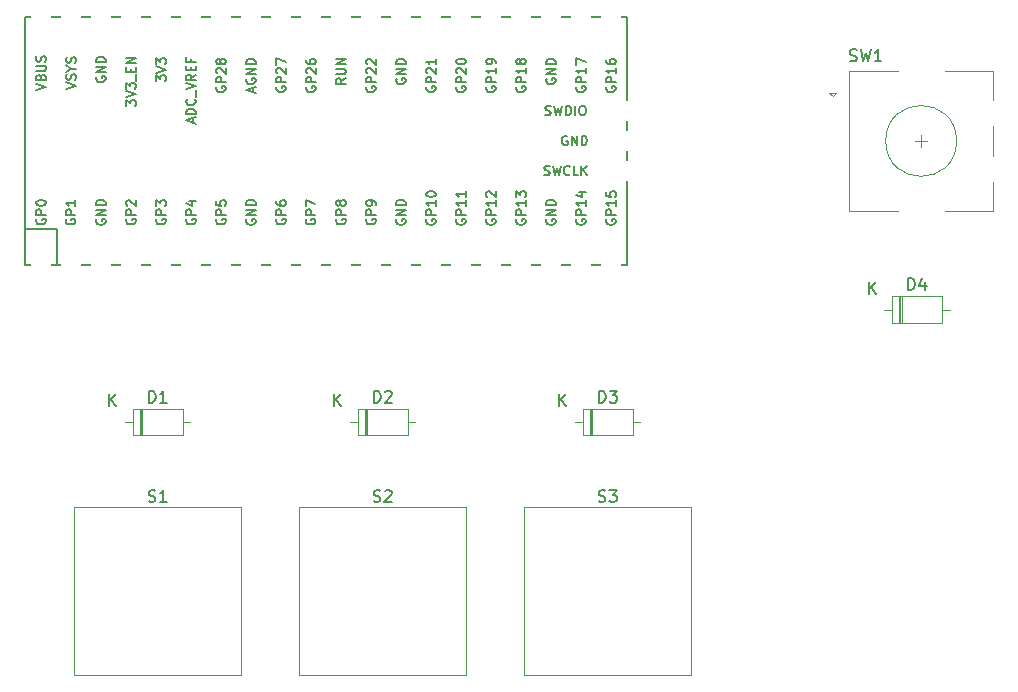
<source format=gbr>
%TF.GenerationSoftware,KiCad,Pcbnew,7.0.9*%
%TF.CreationDate,2024-01-23T15:09:08+05:30*%
%TF.ProjectId,3 Keypad,33204b65-7970-4616-942e-6b696361645f,rev?*%
%TF.SameCoordinates,Original*%
%TF.FileFunction,Legend,Top*%
%TF.FilePolarity,Positive*%
%FSLAX46Y46*%
G04 Gerber Fmt 4.6, Leading zero omitted, Abs format (unit mm)*
G04 Created by KiCad (PCBNEW 7.0.9) date 2024-01-23 15:09:08*
%MOMM*%
%LPD*%
G01*
G04 APERTURE LIST*
%ADD10C,0.150000*%
%ADD11C,0.120000*%
%ADD12R,2.000000X2.000000*%
%ADD13C,2.000000*%
%ADD14R,3.200000X2.000000*%
%ADD15R,1.600000X1.600000*%
%ADD16O,1.600000X1.600000*%
%ADD17C,1.750000*%
%ADD18C,4.000000*%
%ADD19C,2.500000*%
%ADD20O,1.700000X1.700000*%
%ADD21R,1.700000X3.500000*%
%ADD22R,1.700000X1.700000*%
%ADD23R,3.500000X1.700000*%
G04 APERTURE END LIST*
D10*
X194954540Y-62693468D02*
X195097397Y-62741087D01*
X195097397Y-62741087D02*
X195335492Y-62741087D01*
X195335492Y-62741087D02*
X195430730Y-62693468D01*
X195430730Y-62693468D02*
X195478349Y-62645848D01*
X195478349Y-62645848D02*
X195525968Y-62550610D01*
X195525968Y-62550610D02*
X195525968Y-62455372D01*
X195525968Y-62455372D02*
X195478349Y-62360134D01*
X195478349Y-62360134D02*
X195430730Y-62312515D01*
X195430730Y-62312515D02*
X195335492Y-62264896D01*
X195335492Y-62264896D02*
X195145016Y-62217277D01*
X195145016Y-62217277D02*
X195049778Y-62169658D01*
X195049778Y-62169658D02*
X195002159Y-62122039D01*
X195002159Y-62122039D02*
X194954540Y-62026801D01*
X194954540Y-62026801D02*
X194954540Y-61931563D01*
X194954540Y-61931563D02*
X195002159Y-61836325D01*
X195002159Y-61836325D02*
X195049778Y-61788706D01*
X195049778Y-61788706D02*
X195145016Y-61741087D01*
X195145016Y-61741087D02*
X195383111Y-61741087D01*
X195383111Y-61741087D02*
X195525968Y-61788706D01*
X195859302Y-61741087D02*
X196097397Y-62741087D01*
X196097397Y-62741087D02*
X196287873Y-62026801D01*
X196287873Y-62026801D02*
X196478349Y-62741087D01*
X196478349Y-62741087D02*
X196716445Y-61741087D01*
X197621206Y-62741087D02*
X197049778Y-62741087D01*
X197335492Y-62741087D02*
X197335492Y-61741087D01*
X197335492Y-61741087D02*
X197240254Y-61883944D01*
X197240254Y-61883944D02*
X197145016Y-61979182D01*
X197145016Y-61979182D02*
X197049778Y-62026801D01*
X154649794Y-91633607D02*
X154649794Y-90633607D01*
X154649794Y-90633607D02*
X154887889Y-90633607D01*
X154887889Y-90633607D02*
X155030746Y-90681226D01*
X155030746Y-90681226D02*
X155125984Y-90776464D01*
X155125984Y-90776464D02*
X155173603Y-90871702D01*
X155173603Y-90871702D02*
X155221222Y-91062178D01*
X155221222Y-91062178D02*
X155221222Y-91205035D01*
X155221222Y-91205035D02*
X155173603Y-91395511D01*
X155173603Y-91395511D02*
X155125984Y-91490749D01*
X155125984Y-91490749D02*
X155030746Y-91585988D01*
X155030746Y-91585988D02*
X154887889Y-91633607D01*
X154887889Y-91633607D02*
X154649794Y-91633607D01*
X155602175Y-90728845D02*
X155649794Y-90681226D01*
X155649794Y-90681226D02*
X155745032Y-90633607D01*
X155745032Y-90633607D02*
X155983127Y-90633607D01*
X155983127Y-90633607D02*
X156078365Y-90681226D01*
X156078365Y-90681226D02*
X156125984Y-90728845D01*
X156125984Y-90728845D02*
X156173603Y-90824083D01*
X156173603Y-90824083D02*
X156173603Y-90919321D01*
X156173603Y-90919321D02*
X156125984Y-91062178D01*
X156125984Y-91062178D02*
X155554556Y-91633607D01*
X155554556Y-91633607D02*
X156173603Y-91633607D01*
X151315984Y-91953607D02*
X151315984Y-90953607D01*
X151887412Y-91953607D02*
X151458841Y-91382178D01*
X151887412Y-90953607D02*
X151315984Y-91525035D01*
X135599778Y-91633607D02*
X135599778Y-90633607D01*
X135599778Y-90633607D02*
X135837873Y-90633607D01*
X135837873Y-90633607D02*
X135980730Y-90681226D01*
X135980730Y-90681226D02*
X136075968Y-90776464D01*
X136075968Y-90776464D02*
X136123587Y-90871702D01*
X136123587Y-90871702D02*
X136171206Y-91062178D01*
X136171206Y-91062178D02*
X136171206Y-91205035D01*
X136171206Y-91205035D02*
X136123587Y-91395511D01*
X136123587Y-91395511D02*
X136075968Y-91490749D01*
X136075968Y-91490749D02*
X135980730Y-91585988D01*
X135980730Y-91585988D02*
X135837873Y-91633607D01*
X135837873Y-91633607D02*
X135599778Y-91633607D01*
X137123587Y-91633607D02*
X136552159Y-91633607D01*
X136837873Y-91633607D02*
X136837873Y-90633607D01*
X136837873Y-90633607D02*
X136742635Y-90776464D01*
X136742635Y-90776464D02*
X136647397Y-90871702D01*
X136647397Y-90871702D02*
X136552159Y-90919321D01*
X132265968Y-91953607D02*
X132265968Y-90953607D01*
X132837396Y-91953607D02*
X132408825Y-91382178D01*
X132837396Y-90953607D02*
X132265968Y-91525035D01*
X199893582Y-82108599D02*
X199893582Y-81108599D01*
X199893582Y-81108599D02*
X200131677Y-81108599D01*
X200131677Y-81108599D02*
X200274534Y-81156218D01*
X200274534Y-81156218D02*
X200369772Y-81251456D01*
X200369772Y-81251456D02*
X200417391Y-81346694D01*
X200417391Y-81346694D02*
X200465010Y-81537170D01*
X200465010Y-81537170D02*
X200465010Y-81680027D01*
X200465010Y-81680027D02*
X200417391Y-81870503D01*
X200417391Y-81870503D02*
X200369772Y-81965741D01*
X200369772Y-81965741D02*
X200274534Y-82060980D01*
X200274534Y-82060980D02*
X200131677Y-82108599D01*
X200131677Y-82108599D02*
X199893582Y-82108599D01*
X201322153Y-81441932D02*
X201322153Y-82108599D01*
X201084058Y-81060980D02*
X200845963Y-81775265D01*
X200845963Y-81775265D02*
X201465010Y-81775265D01*
X196559772Y-82428599D02*
X196559772Y-81428599D01*
X197131200Y-82428599D02*
X196702629Y-81857170D01*
X197131200Y-81428599D02*
X196559772Y-82000027D01*
X154625968Y-99993468D02*
X154768825Y-100041087D01*
X154768825Y-100041087D02*
X155006920Y-100041087D01*
X155006920Y-100041087D02*
X155102158Y-99993468D01*
X155102158Y-99993468D02*
X155149777Y-99945848D01*
X155149777Y-99945848D02*
X155197396Y-99850610D01*
X155197396Y-99850610D02*
X155197396Y-99755372D01*
X155197396Y-99755372D02*
X155149777Y-99660134D01*
X155149777Y-99660134D02*
X155102158Y-99612515D01*
X155102158Y-99612515D02*
X155006920Y-99564896D01*
X155006920Y-99564896D02*
X154816444Y-99517277D01*
X154816444Y-99517277D02*
X154721206Y-99469658D01*
X154721206Y-99469658D02*
X154673587Y-99422039D01*
X154673587Y-99422039D02*
X154625968Y-99326801D01*
X154625968Y-99326801D02*
X154625968Y-99231563D01*
X154625968Y-99231563D02*
X154673587Y-99136325D01*
X154673587Y-99136325D02*
X154721206Y-99088706D01*
X154721206Y-99088706D02*
X154816444Y-99041087D01*
X154816444Y-99041087D02*
X155054539Y-99041087D01*
X155054539Y-99041087D02*
X155197396Y-99088706D01*
X155578349Y-99136325D02*
X155625968Y-99088706D01*
X155625968Y-99088706D02*
X155721206Y-99041087D01*
X155721206Y-99041087D02*
X155959301Y-99041087D01*
X155959301Y-99041087D02*
X156054539Y-99088706D01*
X156054539Y-99088706D02*
X156102158Y-99136325D01*
X156102158Y-99136325D02*
X156149777Y-99231563D01*
X156149777Y-99231563D02*
X156149777Y-99326801D01*
X156149777Y-99326801D02*
X156102158Y-99469658D01*
X156102158Y-99469658D02*
X155530730Y-100041087D01*
X155530730Y-100041087D02*
X156149777Y-100041087D01*
X173675968Y-99993468D02*
X173818825Y-100041087D01*
X173818825Y-100041087D02*
X174056920Y-100041087D01*
X174056920Y-100041087D02*
X174152158Y-99993468D01*
X174152158Y-99993468D02*
X174199777Y-99945848D01*
X174199777Y-99945848D02*
X174247396Y-99850610D01*
X174247396Y-99850610D02*
X174247396Y-99755372D01*
X174247396Y-99755372D02*
X174199777Y-99660134D01*
X174199777Y-99660134D02*
X174152158Y-99612515D01*
X174152158Y-99612515D02*
X174056920Y-99564896D01*
X174056920Y-99564896D02*
X173866444Y-99517277D01*
X173866444Y-99517277D02*
X173771206Y-99469658D01*
X173771206Y-99469658D02*
X173723587Y-99422039D01*
X173723587Y-99422039D02*
X173675968Y-99326801D01*
X173675968Y-99326801D02*
X173675968Y-99231563D01*
X173675968Y-99231563D02*
X173723587Y-99136325D01*
X173723587Y-99136325D02*
X173771206Y-99088706D01*
X173771206Y-99088706D02*
X173866444Y-99041087D01*
X173866444Y-99041087D02*
X174104539Y-99041087D01*
X174104539Y-99041087D02*
X174247396Y-99088706D01*
X174580730Y-99041087D02*
X175199777Y-99041087D01*
X175199777Y-99041087D02*
X174866444Y-99422039D01*
X174866444Y-99422039D02*
X175009301Y-99422039D01*
X175009301Y-99422039D02*
X175104539Y-99469658D01*
X175104539Y-99469658D02*
X175152158Y-99517277D01*
X175152158Y-99517277D02*
X175199777Y-99612515D01*
X175199777Y-99612515D02*
X175199777Y-99850610D01*
X175199777Y-99850610D02*
X175152158Y-99945848D01*
X175152158Y-99945848D02*
X175104539Y-99993468D01*
X175104539Y-99993468D02*
X175009301Y-100041087D01*
X175009301Y-100041087D02*
X174723587Y-100041087D01*
X174723587Y-100041087D02*
X174628349Y-99993468D01*
X174628349Y-99993468D02*
X174580730Y-99945848D01*
X144409096Y-65355791D02*
X144409096Y-64974838D01*
X144637668Y-65431981D02*
X143837668Y-65165314D01*
X143837668Y-65165314D02*
X144637668Y-64898648D01*
X143875763Y-64212934D02*
X143837668Y-64289124D01*
X143837668Y-64289124D02*
X143837668Y-64403410D01*
X143837668Y-64403410D02*
X143875763Y-64517696D01*
X143875763Y-64517696D02*
X143951953Y-64593886D01*
X143951953Y-64593886D02*
X144028144Y-64631981D01*
X144028144Y-64631981D02*
X144180525Y-64670077D01*
X144180525Y-64670077D02*
X144294811Y-64670077D01*
X144294811Y-64670077D02*
X144447192Y-64631981D01*
X144447192Y-64631981D02*
X144523382Y-64593886D01*
X144523382Y-64593886D02*
X144599573Y-64517696D01*
X144599573Y-64517696D02*
X144637668Y-64403410D01*
X144637668Y-64403410D02*
X144637668Y-64327219D01*
X144637668Y-64327219D02*
X144599573Y-64212934D01*
X144599573Y-64212934D02*
X144561477Y-64174838D01*
X144561477Y-64174838D02*
X144294811Y-64174838D01*
X144294811Y-64174838D02*
X144294811Y-64327219D01*
X144637668Y-63831981D02*
X143837668Y-63831981D01*
X143837668Y-63831981D02*
X144637668Y-63374838D01*
X144637668Y-63374838D02*
X143837668Y-63374838D01*
X144637668Y-62993886D02*
X143837668Y-62993886D01*
X143837668Y-62993886D02*
X143837668Y-62803410D01*
X143837668Y-62803410D02*
X143875763Y-62689124D01*
X143875763Y-62689124D02*
X143951953Y-62612934D01*
X143951953Y-62612934D02*
X144028144Y-62574839D01*
X144028144Y-62574839D02*
X144180525Y-62536743D01*
X144180525Y-62536743D02*
X144294811Y-62536743D01*
X144294811Y-62536743D02*
X144447192Y-62574839D01*
X144447192Y-62574839D02*
X144523382Y-62612934D01*
X144523382Y-62612934D02*
X144599573Y-62689124D01*
X144599573Y-62689124D02*
X144637668Y-62803410D01*
X144637668Y-62803410D02*
X144637668Y-62993886D01*
X131175763Y-64055791D02*
X131137668Y-64131981D01*
X131137668Y-64131981D02*
X131137668Y-64246267D01*
X131137668Y-64246267D02*
X131175763Y-64360553D01*
X131175763Y-64360553D02*
X131251953Y-64436743D01*
X131251953Y-64436743D02*
X131328144Y-64474838D01*
X131328144Y-64474838D02*
X131480525Y-64512934D01*
X131480525Y-64512934D02*
X131594811Y-64512934D01*
X131594811Y-64512934D02*
X131747192Y-64474838D01*
X131747192Y-64474838D02*
X131823382Y-64436743D01*
X131823382Y-64436743D02*
X131899573Y-64360553D01*
X131899573Y-64360553D02*
X131937668Y-64246267D01*
X131937668Y-64246267D02*
X131937668Y-64170076D01*
X131937668Y-64170076D02*
X131899573Y-64055791D01*
X131899573Y-64055791D02*
X131861477Y-64017695D01*
X131861477Y-64017695D02*
X131594811Y-64017695D01*
X131594811Y-64017695D02*
X131594811Y-64170076D01*
X131937668Y-63674838D02*
X131137668Y-63674838D01*
X131137668Y-63674838D02*
X131937668Y-63217695D01*
X131937668Y-63217695D02*
X131137668Y-63217695D01*
X131937668Y-62836743D02*
X131137668Y-62836743D01*
X131137668Y-62836743D02*
X131137668Y-62646267D01*
X131137668Y-62646267D02*
X131175763Y-62531981D01*
X131175763Y-62531981D02*
X131251953Y-62455791D01*
X131251953Y-62455791D02*
X131328144Y-62417696D01*
X131328144Y-62417696D02*
X131480525Y-62379600D01*
X131480525Y-62379600D02*
X131594811Y-62379600D01*
X131594811Y-62379600D02*
X131747192Y-62417696D01*
X131747192Y-62417696D02*
X131823382Y-62455791D01*
X131823382Y-62455791D02*
X131899573Y-62531981D01*
X131899573Y-62531981D02*
X131937668Y-62646267D01*
X131937668Y-62646267D02*
X131937668Y-62836743D01*
X166735763Y-64898649D02*
X166697668Y-64974839D01*
X166697668Y-64974839D02*
X166697668Y-65089125D01*
X166697668Y-65089125D02*
X166735763Y-65203411D01*
X166735763Y-65203411D02*
X166811953Y-65279601D01*
X166811953Y-65279601D02*
X166888144Y-65317696D01*
X166888144Y-65317696D02*
X167040525Y-65355792D01*
X167040525Y-65355792D02*
X167154811Y-65355792D01*
X167154811Y-65355792D02*
X167307192Y-65317696D01*
X167307192Y-65317696D02*
X167383382Y-65279601D01*
X167383382Y-65279601D02*
X167459573Y-65203411D01*
X167459573Y-65203411D02*
X167497668Y-65089125D01*
X167497668Y-65089125D02*
X167497668Y-65012934D01*
X167497668Y-65012934D02*
X167459573Y-64898649D01*
X167459573Y-64898649D02*
X167421477Y-64860553D01*
X167421477Y-64860553D02*
X167154811Y-64860553D01*
X167154811Y-64860553D02*
X167154811Y-65012934D01*
X167497668Y-64517696D02*
X166697668Y-64517696D01*
X166697668Y-64517696D02*
X166697668Y-64212934D01*
X166697668Y-64212934D02*
X166735763Y-64136744D01*
X166735763Y-64136744D02*
X166773858Y-64098649D01*
X166773858Y-64098649D02*
X166850049Y-64060553D01*
X166850049Y-64060553D02*
X166964334Y-64060553D01*
X166964334Y-64060553D02*
X167040525Y-64098649D01*
X167040525Y-64098649D02*
X167078620Y-64136744D01*
X167078620Y-64136744D02*
X167116715Y-64212934D01*
X167116715Y-64212934D02*
X167116715Y-64517696D01*
X167497668Y-63298649D02*
X167497668Y-63755792D01*
X167497668Y-63527220D02*
X166697668Y-63527220D01*
X166697668Y-63527220D02*
X166811953Y-63603411D01*
X166811953Y-63603411D02*
X166888144Y-63679601D01*
X166888144Y-63679601D02*
X166926239Y-63755792D01*
X167040525Y-62841506D02*
X167002430Y-62917696D01*
X167002430Y-62917696D02*
X166964334Y-62955791D01*
X166964334Y-62955791D02*
X166888144Y-62993887D01*
X166888144Y-62993887D02*
X166850049Y-62993887D01*
X166850049Y-62993887D02*
X166773858Y-62955791D01*
X166773858Y-62955791D02*
X166735763Y-62917696D01*
X166735763Y-62917696D02*
X166697668Y-62841506D01*
X166697668Y-62841506D02*
X166697668Y-62689125D01*
X166697668Y-62689125D02*
X166735763Y-62612934D01*
X166735763Y-62612934D02*
X166773858Y-62574839D01*
X166773858Y-62574839D02*
X166850049Y-62536744D01*
X166850049Y-62536744D02*
X166888144Y-62536744D01*
X166888144Y-62536744D02*
X166964334Y-62574839D01*
X166964334Y-62574839D02*
X167002430Y-62612934D01*
X167002430Y-62612934D02*
X167040525Y-62689125D01*
X167040525Y-62689125D02*
X167040525Y-62841506D01*
X167040525Y-62841506D02*
X167078620Y-62917696D01*
X167078620Y-62917696D02*
X167116715Y-62955791D01*
X167116715Y-62955791D02*
X167192906Y-62993887D01*
X167192906Y-62993887D02*
X167345287Y-62993887D01*
X167345287Y-62993887D02*
X167421477Y-62955791D01*
X167421477Y-62955791D02*
X167459573Y-62917696D01*
X167459573Y-62917696D02*
X167497668Y-62841506D01*
X167497668Y-62841506D02*
X167497668Y-62689125D01*
X167497668Y-62689125D02*
X167459573Y-62612934D01*
X167459573Y-62612934D02*
X167421477Y-62574839D01*
X167421477Y-62574839D02*
X167345287Y-62536744D01*
X167345287Y-62536744D02*
X167192906Y-62536744D01*
X167192906Y-62536744D02*
X167116715Y-62574839D01*
X167116715Y-62574839D02*
X167078620Y-62612934D01*
X167078620Y-62612934D02*
X167040525Y-62689125D01*
X154035763Y-76097696D02*
X153997668Y-76173886D01*
X153997668Y-76173886D02*
X153997668Y-76288172D01*
X153997668Y-76288172D02*
X154035763Y-76402458D01*
X154035763Y-76402458D02*
X154111953Y-76478648D01*
X154111953Y-76478648D02*
X154188144Y-76516743D01*
X154188144Y-76516743D02*
X154340525Y-76554839D01*
X154340525Y-76554839D02*
X154454811Y-76554839D01*
X154454811Y-76554839D02*
X154607192Y-76516743D01*
X154607192Y-76516743D02*
X154683382Y-76478648D01*
X154683382Y-76478648D02*
X154759573Y-76402458D01*
X154759573Y-76402458D02*
X154797668Y-76288172D01*
X154797668Y-76288172D02*
X154797668Y-76211981D01*
X154797668Y-76211981D02*
X154759573Y-76097696D01*
X154759573Y-76097696D02*
X154721477Y-76059600D01*
X154721477Y-76059600D02*
X154454811Y-76059600D01*
X154454811Y-76059600D02*
X154454811Y-76211981D01*
X154797668Y-75716743D02*
X153997668Y-75716743D01*
X153997668Y-75716743D02*
X153997668Y-75411981D01*
X153997668Y-75411981D02*
X154035763Y-75335791D01*
X154035763Y-75335791D02*
X154073858Y-75297696D01*
X154073858Y-75297696D02*
X154150049Y-75259600D01*
X154150049Y-75259600D02*
X154264334Y-75259600D01*
X154264334Y-75259600D02*
X154340525Y-75297696D01*
X154340525Y-75297696D02*
X154378620Y-75335791D01*
X154378620Y-75335791D02*
X154416715Y-75411981D01*
X154416715Y-75411981D02*
X154416715Y-75716743D01*
X154797668Y-74878648D02*
X154797668Y-74726267D01*
X154797668Y-74726267D02*
X154759573Y-74650077D01*
X154759573Y-74650077D02*
X154721477Y-74611981D01*
X154721477Y-74611981D02*
X154607192Y-74535791D01*
X154607192Y-74535791D02*
X154454811Y-74497696D01*
X154454811Y-74497696D02*
X154150049Y-74497696D01*
X154150049Y-74497696D02*
X154073858Y-74535791D01*
X154073858Y-74535791D02*
X154035763Y-74573886D01*
X154035763Y-74573886D02*
X153997668Y-74650077D01*
X153997668Y-74650077D02*
X153997668Y-74802458D01*
X153997668Y-74802458D02*
X154035763Y-74878648D01*
X154035763Y-74878648D02*
X154073858Y-74916743D01*
X154073858Y-74916743D02*
X154150049Y-74954839D01*
X154150049Y-74954839D02*
X154340525Y-74954839D01*
X154340525Y-74954839D02*
X154416715Y-74916743D01*
X154416715Y-74916743D02*
X154454811Y-74878648D01*
X154454811Y-74878648D02*
X154492906Y-74802458D01*
X154492906Y-74802458D02*
X154492906Y-74650077D01*
X154492906Y-74650077D02*
X154454811Y-74573886D01*
X154454811Y-74573886D02*
X154416715Y-74535791D01*
X154416715Y-74535791D02*
X154340525Y-74497696D01*
X139329096Y-67939125D02*
X139329096Y-67558172D01*
X139557668Y-68015315D02*
X138757668Y-67748648D01*
X138757668Y-67748648D02*
X139557668Y-67481982D01*
X139557668Y-67215315D02*
X138757668Y-67215315D01*
X138757668Y-67215315D02*
X138757668Y-67024839D01*
X138757668Y-67024839D02*
X138795763Y-66910553D01*
X138795763Y-66910553D02*
X138871953Y-66834363D01*
X138871953Y-66834363D02*
X138948144Y-66796268D01*
X138948144Y-66796268D02*
X139100525Y-66758172D01*
X139100525Y-66758172D02*
X139214811Y-66758172D01*
X139214811Y-66758172D02*
X139367192Y-66796268D01*
X139367192Y-66796268D02*
X139443382Y-66834363D01*
X139443382Y-66834363D02*
X139519573Y-66910553D01*
X139519573Y-66910553D02*
X139557668Y-67024839D01*
X139557668Y-67024839D02*
X139557668Y-67215315D01*
X139481477Y-65958172D02*
X139519573Y-65996268D01*
X139519573Y-65996268D02*
X139557668Y-66110553D01*
X139557668Y-66110553D02*
X139557668Y-66186744D01*
X139557668Y-66186744D02*
X139519573Y-66301030D01*
X139519573Y-66301030D02*
X139443382Y-66377220D01*
X139443382Y-66377220D02*
X139367192Y-66415315D01*
X139367192Y-66415315D02*
X139214811Y-66453411D01*
X139214811Y-66453411D02*
X139100525Y-66453411D01*
X139100525Y-66453411D02*
X138948144Y-66415315D01*
X138948144Y-66415315D02*
X138871953Y-66377220D01*
X138871953Y-66377220D02*
X138795763Y-66301030D01*
X138795763Y-66301030D02*
X138757668Y-66186744D01*
X138757668Y-66186744D02*
X138757668Y-66110553D01*
X138757668Y-66110553D02*
X138795763Y-65996268D01*
X138795763Y-65996268D02*
X138833858Y-65958172D01*
X139633858Y-65805792D02*
X139633858Y-65196268D01*
X138757668Y-65120077D02*
X139557668Y-64853410D01*
X139557668Y-64853410D02*
X138757668Y-64586744D01*
X139557668Y-63862934D02*
X139176715Y-64129601D01*
X139557668Y-64320077D02*
X138757668Y-64320077D01*
X138757668Y-64320077D02*
X138757668Y-64015315D01*
X138757668Y-64015315D02*
X138795763Y-63939125D01*
X138795763Y-63939125D02*
X138833858Y-63901030D01*
X138833858Y-63901030D02*
X138910049Y-63862934D01*
X138910049Y-63862934D02*
X139024334Y-63862934D01*
X139024334Y-63862934D02*
X139100525Y-63901030D01*
X139100525Y-63901030D02*
X139138620Y-63939125D01*
X139138620Y-63939125D02*
X139176715Y-64015315D01*
X139176715Y-64015315D02*
X139176715Y-64320077D01*
X139138620Y-63520077D02*
X139138620Y-63253411D01*
X139557668Y-63139125D02*
X139557668Y-63520077D01*
X139557668Y-63520077D02*
X138757668Y-63520077D01*
X138757668Y-63520077D02*
X138757668Y-63139125D01*
X139138620Y-62529601D02*
X139138620Y-62796267D01*
X139557668Y-62796267D02*
X138757668Y-62796267D01*
X138757668Y-62796267D02*
X138757668Y-62415315D01*
X164195763Y-64898649D02*
X164157668Y-64974839D01*
X164157668Y-64974839D02*
X164157668Y-65089125D01*
X164157668Y-65089125D02*
X164195763Y-65203411D01*
X164195763Y-65203411D02*
X164271953Y-65279601D01*
X164271953Y-65279601D02*
X164348144Y-65317696D01*
X164348144Y-65317696D02*
X164500525Y-65355792D01*
X164500525Y-65355792D02*
X164614811Y-65355792D01*
X164614811Y-65355792D02*
X164767192Y-65317696D01*
X164767192Y-65317696D02*
X164843382Y-65279601D01*
X164843382Y-65279601D02*
X164919573Y-65203411D01*
X164919573Y-65203411D02*
X164957668Y-65089125D01*
X164957668Y-65089125D02*
X164957668Y-65012934D01*
X164957668Y-65012934D02*
X164919573Y-64898649D01*
X164919573Y-64898649D02*
X164881477Y-64860553D01*
X164881477Y-64860553D02*
X164614811Y-64860553D01*
X164614811Y-64860553D02*
X164614811Y-65012934D01*
X164957668Y-64517696D02*
X164157668Y-64517696D01*
X164157668Y-64517696D02*
X164157668Y-64212934D01*
X164157668Y-64212934D02*
X164195763Y-64136744D01*
X164195763Y-64136744D02*
X164233858Y-64098649D01*
X164233858Y-64098649D02*
X164310049Y-64060553D01*
X164310049Y-64060553D02*
X164424334Y-64060553D01*
X164424334Y-64060553D02*
X164500525Y-64098649D01*
X164500525Y-64098649D02*
X164538620Y-64136744D01*
X164538620Y-64136744D02*
X164576715Y-64212934D01*
X164576715Y-64212934D02*
X164576715Y-64517696D01*
X164957668Y-63298649D02*
X164957668Y-63755792D01*
X164957668Y-63527220D02*
X164157668Y-63527220D01*
X164157668Y-63527220D02*
X164271953Y-63603411D01*
X164271953Y-63603411D02*
X164348144Y-63679601D01*
X164348144Y-63679601D02*
X164386239Y-63755792D01*
X164957668Y-62917696D02*
X164957668Y-62765315D01*
X164957668Y-62765315D02*
X164919573Y-62689125D01*
X164919573Y-62689125D02*
X164881477Y-62651029D01*
X164881477Y-62651029D02*
X164767192Y-62574839D01*
X164767192Y-62574839D02*
X164614811Y-62536744D01*
X164614811Y-62536744D02*
X164310049Y-62536744D01*
X164310049Y-62536744D02*
X164233858Y-62574839D01*
X164233858Y-62574839D02*
X164195763Y-62612934D01*
X164195763Y-62612934D02*
X164157668Y-62689125D01*
X164157668Y-62689125D02*
X164157668Y-62841506D01*
X164157668Y-62841506D02*
X164195763Y-62917696D01*
X164195763Y-62917696D02*
X164233858Y-62955791D01*
X164233858Y-62955791D02*
X164310049Y-62993887D01*
X164310049Y-62993887D02*
X164500525Y-62993887D01*
X164500525Y-62993887D02*
X164576715Y-62955791D01*
X164576715Y-62955791D02*
X164614811Y-62917696D01*
X164614811Y-62917696D02*
X164652906Y-62841506D01*
X164652906Y-62841506D02*
X164652906Y-62689125D01*
X164652906Y-62689125D02*
X164614811Y-62612934D01*
X164614811Y-62612934D02*
X164576715Y-62574839D01*
X164576715Y-62574839D02*
X164500525Y-62536744D01*
X128625763Y-76097696D02*
X128587668Y-76173886D01*
X128587668Y-76173886D02*
X128587668Y-76288172D01*
X128587668Y-76288172D02*
X128625763Y-76402458D01*
X128625763Y-76402458D02*
X128701953Y-76478648D01*
X128701953Y-76478648D02*
X128778144Y-76516743D01*
X128778144Y-76516743D02*
X128930525Y-76554839D01*
X128930525Y-76554839D02*
X129044811Y-76554839D01*
X129044811Y-76554839D02*
X129197192Y-76516743D01*
X129197192Y-76516743D02*
X129273382Y-76478648D01*
X129273382Y-76478648D02*
X129349573Y-76402458D01*
X129349573Y-76402458D02*
X129387668Y-76288172D01*
X129387668Y-76288172D02*
X129387668Y-76211981D01*
X129387668Y-76211981D02*
X129349573Y-76097696D01*
X129349573Y-76097696D02*
X129311477Y-76059600D01*
X129311477Y-76059600D02*
X129044811Y-76059600D01*
X129044811Y-76059600D02*
X129044811Y-76211981D01*
X129387668Y-75716743D02*
X128587668Y-75716743D01*
X128587668Y-75716743D02*
X128587668Y-75411981D01*
X128587668Y-75411981D02*
X128625763Y-75335791D01*
X128625763Y-75335791D02*
X128663858Y-75297696D01*
X128663858Y-75297696D02*
X128740049Y-75259600D01*
X128740049Y-75259600D02*
X128854334Y-75259600D01*
X128854334Y-75259600D02*
X128930525Y-75297696D01*
X128930525Y-75297696D02*
X128968620Y-75335791D01*
X128968620Y-75335791D02*
X129006715Y-75411981D01*
X129006715Y-75411981D02*
X129006715Y-75716743D01*
X129387668Y-74497696D02*
X129387668Y-74954839D01*
X129387668Y-74726267D02*
X128587668Y-74726267D01*
X128587668Y-74726267D02*
X128701953Y-74802458D01*
X128701953Y-74802458D02*
X128778144Y-74878648D01*
X128778144Y-74878648D02*
X128816239Y-74954839D01*
X169065848Y-72350468D02*
X169180134Y-72388563D01*
X169180134Y-72388563D02*
X169370610Y-72388563D01*
X169370610Y-72388563D02*
X169446801Y-72350468D01*
X169446801Y-72350468D02*
X169484896Y-72312372D01*
X169484896Y-72312372D02*
X169522991Y-72236182D01*
X169522991Y-72236182D02*
X169522991Y-72159991D01*
X169522991Y-72159991D02*
X169484896Y-72083801D01*
X169484896Y-72083801D02*
X169446801Y-72045706D01*
X169446801Y-72045706D02*
X169370610Y-72007610D01*
X169370610Y-72007610D02*
X169218229Y-71969515D01*
X169218229Y-71969515D02*
X169142039Y-71931420D01*
X169142039Y-71931420D02*
X169103944Y-71893325D01*
X169103944Y-71893325D02*
X169065848Y-71817134D01*
X169065848Y-71817134D02*
X169065848Y-71740944D01*
X169065848Y-71740944D02*
X169103944Y-71664753D01*
X169103944Y-71664753D02*
X169142039Y-71626658D01*
X169142039Y-71626658D02*
X169218229Y-71588563D01*
X169218229Y-71588563D02*
X169408706Y-71588563D01*
X169408706Y-71588563D02*
X169522991Y-71626658D01*
X169789658Y-71588563D02*
X169980134Y-72388563D01*
X169980134Y-72388563D02*
X170132515Y-71817134D01*
X170132515Y-71817134D02*
X170284896Y-72388563D01*
X170284896Y-72388563D02*
X170475373Y-71588563D01*
X171237278Y-72312372D02*
X171199182Y-72350468D01*
X171199182Y-72350468D02*
X171084897Y-72388563D01*
X171084897Y-72388563D02*
X171008706Y-72388563D01*
X171008706Y-72388563D02*
X170894420Y-72350468D01*
X170894420Y-72350468D02*
X170818230Y-72274277D01*
X170818230Y-72274277D02*
X170780135Y-72198087D01*
X170780135Y-72198087D02*
X170742039Y-72045706D01*
X170742039Y-72045706D02*
X170742039Y-71931420D01*
X170742039Y-71931420D02*
X170780135Y-71779039D01*
X170780135Y-71779039D02*
X170818230Y-71702848D01*
X170818230Y-71702848D02*
X170894420Y-71626658D01*
X170894420Y-71626658D02*
X171008706Y-71588563D01*
X171008706Y-71588563D02*
X171084897Y-71588563D01*
X171084897Y-71588563D02*
X171199182Y-71626658D01*
X171199182Y-71626658D02*
X171237278Y-71664753D01*
X171961087Y-72388563D02*
X171580135Y-72388563D01*
X171580135Y-72388563D02*
X171580135Y-71588563D01*
X172227754Y-72388563D02*
X172227754Y-71588563D01*
X172684897Y-72388563D02*
X172342039Y-71931420D01*
X172684897Y-71588563D02*
X172227754Y-72045706D01*
X152257668Y-64186743D02*
X151876715Y-64453410D01*
X152257668Y-64643886D02*
X151457668Y-64643886D01*
X151457668Y-64643886D02*
X151457668Y-64339124D01*
X151457668Y-64339124D02*
X151495763Y-64262934D01*
X151495763Y-64262934D02*
X151533858Y-64224839D01*
X151533858Y-64224839D02*
X151610049Y-64186743D01*
X151610049Y-64186743D02*
X151724334Y-64186743D01*
X151724334Y-64186743D02*
X151800525Y-64224839D01*
X151800525Y-64224839D02*
X151838620Y-64262934D01*
X151838620Y-64262934D02*
X151876715Y-64339124D01*
X151876715Y-64339124D02*
X151876715Y-64643886D01*
X151457668Y-63843886D02*
X152105287Y-63843886D01*
X152105287Y-63843886D02*
X152181477Y-63805791D01*
X152181477Y-63805791D02*
X152219573Y-63767696D01*
X152219573Y-63767696D02*
X152257668Y-63691505D01*
X152257668Y-63691505D02*
X152257668Y-63539124D01*
X152257668Y-63539124D02*
X152219573Y-63462934D01*
X152219573Y-63462934D02*
X152181477Y-63424839D01*
X152181477Y-63424839D02*
X152105287Y-63386743D01*
X152105287Y-63386743D02*
X151457668Y-63386743D01*
X152257668Y-63005791D02*
X151457668Y-63005791D01*
X151457668Y-63005791D02*
X152257668Y-62548648D01*
X152257668Y-62548648D02*
X151457668Y-62548648D01*
X133715763Y-76097696D02*
X133677668Y-76173886D01*
X133677668Y-76173886D02*
X133677668Y-76288172D01*
X133677668Y-76288172D02*
X133715763Y-76402458D01*
X133715763Y-76402458D02*
X133791953Y-76478648D01*
X133791953Y-76478648D02*
X133868144Y-76516743D01*
X133868144Y-76516743D02*
X134020525Y-76554839D01*
X134020525Y-76554839D02*
X134134811Y-76554839D01*
X134134811Y-76554839D02*
X134287192Y-76516743D01*
X134287192Y-76516743D02*
X134363382Y-76478648D01*
X134363382Y-76478648D02*
X134439573Y-76402458D01*
X134439573Y-76402458D02*
X134477668Y-76288172D01*
X134477668Y-76288172D02*
X134477668Y-76211981D01*
X134477668Y-76211981D02*
X134439573Y-76097696D01*
X134439573Y-76097696D02*
X134401477Y-76059600D01*
X134401477Y-76059600D02*
X134134811Y-76059600D01*
X134134811Y-76059600D02*
X134134811Y-76211981D01*
X134477668Y-75716743D02*
X133677668Y-75716743D01*
X133677668Y-75716743D02*
X133677668Y-75411981D01*
X133677668Y-75411981D02*
X133715763Y-75335791D01*
X133715763Y-75335791D02*
X133753858Y-75297696D01*
X133753858Y-75297696D02*
X133830049Y-75259600D01*
X133830049Y-75259600D02*
X133944334Y-75259600D01*
X133944334Y-75259600D02*
X134020525Y-75297696D01*
X134020525Y-75297696D02*
X134058620Y-75335791D01*
X134058620Y-75335791D02*
X134096715Y-75411981D01*
X134096715Y-75411981D02*
X134096715Y-75716743D01*
X133753858Y-74954839D02*
X133715763Y-74916743D01*
X133715763Y-74916743D02*
X133677668Y-74840553D01*
X133677668Y-74840553D02*
X133677668Y-74650077D01*
X133677668Y-74650077D02*
X133715763Y-74573886D01*
X133715763Y-74573886D02*
X133753858Y-74535791D01*
X133753858Y-74535791D02*
X133830049Y-74497696D01*
X133830049Y-74497696D02*
X133906239Y-74497696D01*
X133906239Y-74497696D02*
X134020525Y-74535791D01*
X134020525Y-74535791D02*
X134477668Y-74992934D01*
X134477668Y-74992934D02*
X134477668Y-74497696D01*
X126095763Y-76097696D02*
X126057668Y-76173886D01*
X126057668Y-76173886D02*
X126057668Y-76288172D01*
X126057668Y-76288172D02*
X126095763Y-76402458D01*
X126095763Y-76402458D02*
X126171953Y-76478648D01*
X126171953Y-76478648D02*
X126248144Y-76516743D01*
X126248144Y-76516743D02*
X126400525Y-76554839D01*
X126400525Y-76554839D02*
X126514811Y-76554839D01*
X126514811Y-76554839D02*
X126667192Y-76516743D01*
X126667192Y-76516743D02*
X126743382Y-76478648D01*
X126743382Y-76478648D02*
X126819573Y-76402458D01*
X126819573Y-76402458D02*
X126857668Y-76288172D01*
X126857668Y-76288172D02*
X126857668Y-76211981D01*
X126857668Y-76211981D02*
X126819573Y-76097696D01*
X126819573Y-76097696D02*
X126781477Y-76059600D01*
X126781477Y-76059600D02*
X126514811Y-76059600D01*
X126514811Y-76059600D02*
X126514811Y-76211981D01*
X126857668Y-75716743D02*
X126057668Y-75716743D01*
X126057668Y-75716743D02*
X126057668Y-75411981D01*
X126057668Y-75411981D02*
X126095763Y-75335791D01*
X126095763Y-75335791D02*
X126133858Y-75297696D01*
X126133858Y-75297696D02*
X126210049Y-75259600D01*
X126210049Y-75259600D02*
X126324334Y-75259600D01*
X126324334Y-75259600D02*
X126400525Y-75297696D01*
X126400525Y-75297696D02*
X126438620Y-75335791D01*
X126438620Y-75335791D02*
X126476715Y-75411981D01*
X126476715Y-75411981D02*
X126476715Y-75716743D01*
X126057668Y-74764362D02*
X126057668Y-74688172D01*
X126057668Y-74688172D02*
X126095763Y-74611981D01*
X126095763Y-74611981D02*
X126133858Y-74573886D01*
X126133858Y-74573886D02*
X126210049Y-74535791D01*
X126210049Y-74535791D02*
X126362430Y-74497696D01*
X126362430Y-74497696D02*
X126552906Y-74497696D01*
X126552906Y-74497696D02*
X126705287Y-74535791D01*
X126705287Y-74535791D02*
X126781477Y-74573886D01*
X126781477Y-74573886D02*
X126819573Y-74611981D01*
X126819573Y-74611981D02*
X126857668Y-74688172D01*
X126857668Y-74688172D02*
X126857668Y-74764362D01*
X126857668Y-74764362D02*
X126819573Y-74840553D01*
X126819573Y-74840553D02*
X126781477Y-74878648D01*
X126781477Y-74878648D02*
X126705287Y-74916743D01*
X126705287Y-74916743D02*
X126552906Y-74954839D01*
X126552906Y-74954839D02*
X126362430Y-74954839D01*
X126362430Y-74954839D02*
X126210049Y-74916743D01*
X126210049Y-74916743D02*
X126133858Y-74878648D01*
X126133858Y-74878648D02*
X126095763Y-74840553D01*
X126095763Y-74840553D02*
X126057668Y-74764362D01*
X154035763Y-64898649D02*
X153997668Y-64974839D01*
X153997668Y-64974839D02*
X153997668Y-65089125D01*
X153997668Y-65089125D02*
X154035763Y-65203411D01*
X154035763Y-65203411D02*
X154111953Y-65279601D01*
X154111953Y-65279601D02*
X154188144Y-65317696D01*
X154188144Y-65317696D02*
X154340525Y-65355792D01*
X154340525Y-65355792D02*
X154454811Y-65355792D01*
X154454811Y-65355792D02*
X154607192Y-65317696D01*
X154607192Y-65317696D02*
X154683382Y-65279601D01*
X154683382Y-65279601D02*
X154759573Y-65203411D01*
X154759573Y-65203411D02*
X154797668Y-65089125D01*
X154797668Y-65089125D02*
X154797668Y-65012934D01*
X154797668Y-65012934D02*
X154759573Y-64898649D01*
X154759573Y-64898649D02*
X154721477Y-64860553D01*
X154721477Y-64860553D02*
X154454811Y-64860553D01*
X154454811Y-64860553D02*
X154454811Y-65012934D01*
X154797668Y-64517696D02*
X153997668Y-64517696D01*
X153997668Y-64517696D02*
X153997668Y-64212934D01*
X153997668Y-64212934D02*
X154035763Y-64136744D01*
X154035763Y-64136744D02*
X154073858Y-64098649D01*
X154073858Y-64098649D02*
X154150049Y-64060553D01*
X154150049Y-64060553D02*
X154264334Y-64060553D01*
X154264334Y-64060553D02*
X154340525Y-64098649D01*
X154340525Y-64098649D02*
X154378620Y-64136744D01*
X154378620Y-64136744D02*
X154416715Y-64212934D01*
X154416715Y-64212934D02*
X154416715Y-64517696D01*
X154073858Y-63755792D02*
X154035763Y-63717696D01*
X154035763Y-63717696D02*
X153997668Y-63641506D01*
X153997668Y-63641506D02*
X153997668Y-63451030D01*
X153997668Y-63451030D02*
X154035763Y-63374839D01*
X154035763Y-63374839D02*
X154073858Y-63336744D01*
X154073858Y-63336744D02*
X154150049Y-63298649D01*
X154150049Y-63298649D02*
X154226239Y-63298649D01*
X154226239Y-63298649D02*
X154340525Y-63336744D01*
X154340525Y-63336744D02*
X154797668Y-63793887D01*
X154797668Y-63793887D02*
X154797668Y-63298649D01*
X154073858Y-62993887D02*
X154035763Y-62955791D01*
X154035763Y-62955791D02*
X153997668Y-62879601D01*
X153997668Y-62879601D02*
X153997668Y-62689125D01*
X153997668Y-62689125D02*
X154035763Y-62612934D01*
X154035763Y-62612934D02*
X154073858Y-62574839D01*
X154073858Y-62574839D02*
X154150049Y-62536744D01*
X154150049Y-62536744D02*
X154226239Y-62536744D01*
X154226239Y-62536744D02*
X154340525Y-62574839D01*
X154340525Y-62574839D02*
X154797668Y-63031982D01*
X154797668Y-63031982D02*
X154797668Y-62536744D01*
X164195763Y-76128649D02*
X164157668Y-76204839D01*
X164157668Y-76204839D02*
X164157668Y-76319125D01*
X164157668Y-76319125D02*
X164195763Y-76433411D01*
X164195763Y-76433411D02*
X164271953Y-76509601D01*
X164271953Y-76509601D02*
X164348144Y-76547696D01*
X164348144Y-76547696D02*
X164500525Y-76585792D01*
X164500525Y-76585792D02*
X164614811Y-76585792D01*
X164614811Y-76585792D02*
X164767192Y-76547696D01*
X164767192Y-76547696D02*
X164843382Y-76509601D01*
X164843382Y-76509601D02*
X164919573Y-76433411D01*
X164919573Y-76433411D02*
X164957668Y-76319125D01*
X164957668Y-76319125D02*
X164957668Y-76242934D01*
X164957668Y-76242934D02*
X164919573Y-76128649D01*
X164919573Y-76128649D02*
X164881477Y-76090553D01*
X164881477Y-76090553D02*
X164614811Y-76090553D01*
X164614811Y-76090553D02*
X164614811Y-76242934D01*
X164957668Y-75747696D02*
X164157668Y-75747696D01*
X164157668Y-75747696D02*
X164157668Y-75442934D01*
X164157668Y-75442934D02*
X164195763Y-75366744D01*
X164195763Y-75366744D02*
X164233858Y-75328649D01*
X164233858Y-75328649D02*
X164310049Y-75290553D01*
X164310049Y-75290553D02*
X164424334Y-75290553D01*
X164424334Y-75290553D02*
X164500525Y-75328649D01*
X164500525Y-75328649D02*
X164538620Y-75366744D01*
X164538620Y-75366744D02*
X164576715Y-75442934D01*
X164576715Y-75442934D02*
X164576715Y-75747696D01*
X164957668Y-74528649D02*
X164957668Y-74985792D01*
X164957668Y-74757220D02*
X164157668Y-74757220D01*
X164157668Y-74757220D02*
X164271953Y-74833411D01*
X164271953Y-74833411D02*
X164348144Y-74909601D01*
X164348144Y-74909601D02*
X164386239Y-74985792D01*
X164233858Y-74223887D02*
X164195763Y-74185791D01*
X164195763Y-74185791D02*
X164157668Y-74109601D01*
X164157668Y-74109601D02*
X164157668Y-73919125D01*
X164157668Y-73919125D02*
X164195763Y-73842934D01*
X164195763Y-73842934D02*
X164233858Y-73804839D01*
X164233858Y-73804839D02*
X164310049Y-73766744D01*
X164310049Y-73766744D02*
X164386239Y-73766744D01*
X164386239Y-73766744D02*
X164500525Y-73804839D01*
X164500525Y-73804839D02*
X164957668Y-74261982D01*
X164957668Y-74261982D02*
X164957668Y-73766744D01*
X141335763Y-76097696D02*
X141297668Y-76173886D01*
X141297668Y-76173886D02*
X141297668Y-76288172D01*
X141297668Y-76288172D02*
X141335763Y-76402458D01*
X141335763Y-76402458D02*
X141411953Y-76478648D01*
X141411953Y-76478648D02*
X141488144Y-76516743D01*
X141488144Y-76516743D02*
X141640525Y-76554839D01*
X141640525Y-76554839D02*
X141754811Y-76554839D01*
X141754811Y-76554839D02*
X141907192Y-76516743D01*
X141907192Y-76516743D02*
X141983382Y-76478648D01*
X141983382Y-76478648D02*
X142059573Y-76402458D01*
X142059573Y-76402458D02*
X142097668Y-76288172D01*
X142097668Y-76288172D02*
X142097668Y-76211981D01*
X142097668Y-76211981D02*
X142059573Y-76097696D01*
X142059573Y-76097696D02*
X142021477Y-76059600D01*
X142021477Y-76059600D02*
X141754811Y-76059600D01*
X141754811Y-76059600D02*
X141754811Y-76211981D01*
X142097668Y-75716743D02*
X141297668Y-75716743D01*
X141297668Y-75716743D02*
X141297668Y-75411981D01*
X141297668Y-75411981D02*
X141335763Y-75335791D01*
X141335763Y-75335791D02*
X141373858Y-75297696D01*
X141373858Y-75297696D02*
X141450049Y-75259600D01*
X141450049Y-75259600D02*
X141564334Y-75259600D01*
X141564334Y-75259600D02*
X141640525Y-75297696D01*
X141640525Y-75297696D02*
X141678620Y-75335791D01*
X141678620Y-75335791D02*
X141716715Y-75411981D01*
X141716715Y-75411981D02*
X141716715Y-75716743D01*
X141297668Y-74535791D02*
X141297668Y-74916743D01*
X141297668Y-74916743D02*
X141678620Y-74954839D01*
X141678620Y-74954839D02*
X141640525Y-74916743D01*
X141640525Y-74916743D02*
X141602430Y-74840553D01*
X141602430Y-74840553D02*
X141602430Y-74650077D01*
X141602430Y-74650077D02*
X141640525Y-74573886D01*
X141640525Y-74573886D02*
X141678620Y-74535791D01*
X141678620Y-74535791D02*
X141754811Y-74497696D01*
X141754811Y-74497696D02*
X141945287Y-74497696D01*
X141945287Y-74497696D02*
X142021477Y-74535791D01*
X142021477Y-74535791D02*
X142059573Y-74573886D01*
X142059573Y-74573886D02*
X142097668Y-74650077D01*
X142097668Y-74650077D02*
X142097668Y-74840553D01*
X142097668Y-74840553D02*
X142059573Y-74916743D01*
X142059573Y-74916743D02*
X142021477Y-74954839D01*
X133677668Y-66522458D02*
X133677668Y-66027220D01*
X133677668Y-66027220D02*
X133982430Y-66293886D01*
X133982430Y-66293886D02*
X133982430Y-66179601D01*
X133982430Y-66179601D02*
X134020525Y-66103410D01*
X134020525Y-66103410D02*
X134058620Y-66065315D01*
X134058620Y-66065315D02*
X134134811Y-66027220D01*
X134134811Y-66027220D02*
X134325287Y-66027220D01*
X134325287Y-66027220D02*
X134401477Y-66065315D01*
X134401477Y-66065315D02*
X134439573Y-66103410D01*
X134439573Y-66103410D02*
X134477668Y-66179601D01*
X134477668Y-66179601D02*
X134477668Y-66408172D01*
X134477668Y-66408172D02*
X134439573Y-66484363D01*
X134439573Y-66484363D02*
X134401477Y-66522458D01*
X133677668Y-65798648D02*
X134477668Y-65531981D01*
X134477668Y-65531981D02*
X133677668Y-65265315D01*
X133677668Y-65074839D02*
X133677668Y-64579601D01*
X133677668Y-64579601D02*
X133982430Y-64846267D01*
X133982430Y-64846267D02*
X133982430Y-64731982D01*
X133982430Y-64731982D02*
X134020525Y-64655791D01*
X134020525Y-64655791D02*
X134058620Y-64617696D01*
X134058620Y-64617696D02*
X134134811Y-64579601D01*
X134134811Y-64579601D02*
X134325287Y-64579601D01*
X134325287Y-64579601D02*
X134401477Y-64617696D01*
X134401477Y-64617696D02*
X134439573Y-64655791D01*
X134439573Y-64655791D02*
X134477668Y-64731982D01*
X134477668Y-64731982D02*
X134477668Y-64960553D01*
X134477668Y-64960553D02*
X134439573Y-65036744D01*
X134439573Y-65036744D02*
X134401477Y-65074839D01*
X134553858Y-64427220D02*
X134553858Y-63817696D01*
X134058620Y-63627219D02*
X134058620Y-63360553D01*
X134477668Y-63246267D02*
X134477668Y-63627219D01*
X134477668Y-63627219D02*
X133677668Y-63627219D01*
X133677668Y-63627219D02*
X133677668Y-63246267D01*
X134477668Y-62903409D02*
X133677668Y-62903409D01*
X133677668Y-62903409D02*
X134477668Y-62446266D01*
X134477668Y-62446266D02*
X133677668Y-62446266D01*
X174355763Y-64898649D02*
X174317668Y-64974839D01*
X174317668Y-64974839D02*
X174317668Y-65089125D01*
X174317668Y-65089125D02*
X174355763Y-65203411D01*
X174355763Y-65203411D02*
X174431953Y-65279601D01*
X174431953Y-65279601D02*
X174508144Y-65317696D01*
X174508144Y-65317696D02*
X174660525Y-65355792D01*
X174660525Y-65355792D02*
X174774811Y-65355792D01*
X174774811Y-65355792D02*
X174927192Y-65317696D01*
X174927192Y-65317696D02*
X175003382Y-65279601D01*
X175003382Y-65279601D02*
X175079573Y-65203411D01*
X175079573Y-65203411D02*
X175117668Y-65089125D01*
X175117668Y-65089125D02*
X175117668Y-65012934D01*
X175117668Y-65012934D02*
X175079573Y-64898649D01*
X175079573Y-64898649D02*
X175041477Y-64860553D01*
X175041477Y-64860553D02*
X174774811Y-64860553D01*
X174774811Y-64860553D02*
X174774811Y-65012934D01*
X175117668Y-64517696D02*
X174317668Y-64517696D01*
X174317668Y-64517696D02*
X174317668Y-64212934D01*
X174317668Y-64212934D02*
X174355763Y-64136744D01*
X174355763Y-64136744D02*
X174393858Y-64098649D01*
X174393858Y-64098649D02*
X174470049Y-64060553D01*
X174470049Y-64060553D02*
X174584334Y-64060553D01*
X174584334Y-64060553D02*
X174660525Y-64098649D01*
X174660525Y-64098649D02*
X174698620Y-64136744D01*
X174698620Y-64136744D02*
X174736715Y-64212934D01*
X174736715Y-64212934D02*
X174736715Y-64517696D01*
X175117668Y-63298649D02*
X175117668Y-63755792D01*
X175117668Y-63527220D02*
X174317668Y-63527220D01*
X174317668Y-63527220D02*
X174431953Y-63603411D01*
X174431953Y-63603411D02*
X174508144Y-63679601D01*
X174508144Y-63679601D02*
X174546239Y-63755792D01*
X174317668Y-62612934D02*
X174317668Y-62765315D01*
X174317668Y-62765315D02*
X174355763Y-62841506D01*
X174355763Y-62841506D02*
X174393858Y-62879601D01*
X174393858Y-62879601D02*
X174508144Y-62955791D01*
X174508144Y-62955791D02*
X174660525Y-62993887D01*
X174660525Y-62993887D02*
X174965287Y-62993887D01*
X174965287Y-62993887D02*
X175041477Y-62955791D01*
X175041477Y-62955791D02*
X175079573Y-62917696D01*
X175079573Y-62917696D02*
X175117668Y-62841506D01*
X175117668Y-62841506D02*
X175117668Y-62689125D01*
X175117668Y-62689125D02*
X175079573Y-62612934D01*
X175079573Y-62612934D02*
X175041477Y-62574839D01*
X175041477Y-62574839D02*
X174965287Y-62536744D01*
X174965287Y-62536744D02*
X174774811Y-62536744D01*
X174774811Y-62536744D02*
X174698620Y-62574839D01*
X174698620Y-62574839D02*
X174660525Y-62612934D01*
X174660525Y-62612934D02*
X174622430Y-62689125D01*
X174622430Y-62689125D02*
X174622430Y-62841506D01*
X174622430Y-62841506D02*
X174660525Y-62917696D01*
X174660525Y-62917696D02*
X174698620Y-62955791D01*
X174698620Y-62955791D02*
X174774811Y-62993887D01*
X161655763Y-64898649D02*
X161617668Y-64974839D01*
X161617668Y-64974839D02*
X161617668Y-65089125D01*
X161617668Y-65089125D02*
X161655763Y-65203411D01*
X161655763Y-65203411D02*
X161731953Y-65279601D01*
X161731953Y-65279601D02*
X161808144Y-65317696D01*
X161808144Y-65317696D02*
X161960525Y-65355792D01*
X161960525Y-65355792D02*
X162074811Y-65355792D01*
X162074811Y-65355792D02*
X162227192Y-65317696D01*
X162227192Y-65317696D02*
X162303382Y-65279601D01*
X162303382Y-65279601D02*
X162379573Y-65203411D01*
X162379573Y-65203411D02*
X162417668Y-65089125D01*
X162417668Y-65089125D02*
X162417668Y-65012934D01*
X162417668Y-65012934D02*
X162379573Y-64898649D01*
X162379573Y-64898649D02*
X162341477Y-64860553D01*
X162341477Y-64860553D02*
X162074811Y-64860553D01*
X162074811Y-64860553D02*
X162074811Y-65012934D01*
X162417668Y-64517696D02*
X161617668Y-64517696D01*
X161617668Y-64517696D02*
X161617668Y-64212934D01*
X161617668Y-64212934D02*
X161655763Y-64136744D01*
X161655763Y-64136744D02*
X161693858Y-64098649D01*
X161693858Y-64098649D02*
X161770049Y-64060553D01*
X161770049Y-64060553D02*
X161884334Y-64060553D01*
X161884334Y-64060553D02*
X161960525Y-64098649D01*
X161960525Y-64098649D02*
X161998620Y-64136744D01*
X161998620Y-64136744D02*
X162036715Y-64212934D01*
X162036715Y-64212934D02*
X162036715Y-64517696D01*
X161693858Y-63755792D02*
X161655763Y-63717696D01*
X161655763Y-63717696D02*
X161617668Y-63641506D01*
X161617668Y-63641506D02*
X161617668Y-63451030D01*
X161617668Y-63451030D02*
X161655763Y-63374839D01*
X161655763Y-63374839D02*
X161693858Y-63336744D01*
X161693858Y-63336744D02*
X161770049Y-63298649D01*
X161770049Y-63298649D02*
X161846239Y-63298649D01*
X161846239Y-63298649D02*
X161960525Y-63336744D01*
X161960525Y-63336744D02*
X162417668Y-63793887D01*
X162417668Y-63793887D02*
X162417668Y-63298649D01*
X161617668Y-62803410D02*
X161617668Y-62727220D01*
X161617668Y-62727220D02*
X161655763Y-62651029D01*
X161655763Y-62651029D02*
X161693858Y-62612934D01*
X161693858Y-62612934D02*
X161770049Y-62574839D01*
X161770049Y-62574839D02*
X161922430Y-62536744D01*
X161922430Y-62536744D02*
X162112906Y-62536744D01*
X162112906Y-62536744D02*
X162265287Y-62574839D01*
X162265287Y-62574839D02*
X162341477Y-62612934D01*
X162341477Y-62612934D02*
X162379573Y-62651029D01*
X162379573Y-62651029D02*
X162417668Y-62727220D01*
X162417668Y-62727220D02*
X162417668Y-62803410D01*
X162417668Y-62803410D02*
X162379573Y-62879601D01*
X162379573Y-62879601D02*
X162341477Y-62917696D01*
X162341477Y-62917696D02*
X162265287Y-62955791D01*
X162265287Y-62955791D02*
X162112906Y-62993887D01*
X162112906Y-62993887D02*
X161922430Y-62993887D01*
X161922430Y-62993887D02*
X161770049Y-62955791D01*
X161770049Y-62955791D02*
X161693858Y-62917696D01*
X161693858Y-62917696D02*
X161655763Y-62879601D01*
X161655763Y-62879601D02*
X161617668Y-62803410D01*
X143875763Y-76135791D02*
X143837668Y-76211981D01*
X143837668Y-76211981D02*
X143837668Y-76326267D01*
X143837668Y-76326267D02*
X143875763Y-76440553D01*
X143875763Y-76440553D02*
X143951953Y-76516743D01*
X143951953Y-76516743D02*
X144028144Y-76554838D01*
X144028144Y-76554838D02*
X144180525Y-76592934D01*
X144180525Y-76592934D02*
X144294811Y-76592934D01*
X144294811Y-76592934D02*
X144447192Y-76554838D01*
X144447192Y-76554838D02*
X144523382Y-76516743D01*
X144523382Y-76516743D02*
X144599573Y-76440553D01*
X144599573Y-76440553D02*
X144637668Y-76326267D01*
X144637668Y-76326267D02*
X144637668Y-76250076D01*
X144637668Y-76250076D02*
X144599573Y-76135791D01*
X144599573Y-76135791D02*
X144561477Y-76097695D01*
X144561477Y-76097695D02*
X144294811Y-76097695D01*
X144294811Y-76097695D02*
X144294811Y-76250076D01*
X144637668Y-75754838D02*
X143837668Y-75754838D01*
X143837668Y-75754838D02*
X144637668Y-75297695D01*
X144637668Y-75297695D02*
X143837668Y-75297695D01*
X144637668Y-74916743D02*
X143837668Y-74916743D01*
X143837668Y-74916743D02*
X143837668Y-74726267D01*
X143837668Y-74726267D02*
X143875763Y-74611981D01*
X143875763Y-74611981D02*
X143951953Y-74535791D01*
X143951953Y-74535791D02*
X144028144Y-74497696D01*
X144028144Y-74497696D02*
X144180525Y-74459600D01*
X144180525Y-74459600D02*
X144294811Y-74459600D01*
X144294811Y-74459600D02*
X144447192Y-74497696D01*
X144447192Y-74497696D02*
X144523382Y-74535791D01*
X144523382Y-74535791D02*
X144599573Y-74611981D01*
X144599573Y-74611981D02*
X144637668Y-74726267D01*
X144637668Y-74726267D02*
X144637668Y-74916743D01*
X159115763Y-76128649D02*
X159077668Y-76204839D01*
X159077668Y-76204839D02*
X159077668Y-76319125D01*
X159077668Y-76319125D02*
X159115763Y-76433411D01*
X159115763Y-76433411D02*
X159191953Y-76509601D01*
X159191953Y-76509601D02*
X159268144Y-76547696D01*
X159268144Y-76547696D02*
X159420525Y-76585792D01*
X159420525Y-76585792D02*
X159534811Y-76585792D01*
X159534811Y-76585792D02*
X159687192Y-76547696D01*
X159687192Y-76547696D02*
X159763382Y-76509601D01*
X159763382Y-76509601D02*
X159839573Y-76433411D01*
X159839573Y-76433411D02*
X159877668Y-76319125D01*
X159877668Y-76319125D02*
X159877668Y-76242934D01*
X159877668Y-76242934D02*
X159839573Y-76128649D01*
X159839573Y-76128649D02*
X159801477Y-76090553D01*
X159801477Y-76090553D02*
X159534811Y-76090553D01*
X159534811Y-76090553D02*
X159534811Y-76242934D01*
X159877668Y-75747696D02*
X159077668Y-75747696D01*
X159077668Y-75747696D02*
X159077668Y-75442934D01*
X159077668Y-75442934D02*
X159115763Y-75366744D01*
X159115763Y-75366744D02*
X159153858Y-75328649D01*
X159153858Y-75328649D02*
X159230049Y-75290553D01*
X159230049Y-75290553D02*
X159344334Y-75290553D01*
X159344334Y-75290553D02*
X159420525Y-75328649D01*
X159420525Y-75328649D02*
X159458620Y-75366744D01*
X159458620Y-75366744D02*
X159496715Y-75442934D01*
X159496715Y-75442934D02*
X159496715Y-75747696D01*
X159877668Y-74528649D02*
X159877668Y-74985792D01*
X159877668Y-74757220D02*
X159077668Y-74757220D01*
X159077668Y-74757220D02*
X159191953Y-74833411D01*
X159191953Y-74833411D02*
X159268144Y-74909601D01*
X159268144Y-74909601D02*
X159306239Y-74985792D01*
X159077668Y-74033410D02*
X159077668Y-73957220D01*
X159077668Y-73957220D02*
X159115763Y-73881029D01*
X159115763Y-73881029D02*
X159153858Y-73842934D01*
X159153858Y-73842934D02*
X159230049Y-73804839D01*
X159230049Y-73804839D02*
X159382430Y-73766744D01*
X159382430Y-73766744D02*
X159572906Y-73766744D01*
X159572906Y-73766744D02*
X159725287Y-73804839D01*
X159725287Y-73804839D02*
X159801477Y-73842934D01*
X159801477Y-73842934D02*
X159839573Y-73881029D01*
X159839573Y-73881029D02*
X159877668Y-73957220D01*
X159877668Y-73957220D02*
X159877668Y-74033410D01*
X159877668Y-74033410D02*
X159839573Y-74109601D01*
X159839573Y-74109601D02*
X159801477Y-74147696D01*
X159801477Y-74147696D02*
X159725287Y-74185791D01*
X159725287Y-74185791D02*
X159572906Y-74223887D01*
X159572906Y-74223887D02*
X159382430Y-74223887D01*
X159382430Y-74223887D02*
X159230049Y-74185791D01*
X159230049Y-74185791D02*
X159153858Y-74147696D01*
X159153858Y-74147696D02*
X159115763Y-74109601D01*
X159115763Y-74109601D02*
X159077668Y-74033410D01*
X171015849Y-69086658D02*
X170939659Y-69048563D01*
X170939659Y-69048563D02*
X170825373Y-69048563D01*
X170825373Y-69048563D02*
X170711087Y-69086658D01*
X170711087Y-69086658D02*
X170634897Y-69162848D01*
X170634897Y-69162848D02*
X170596802Y-69239039D01*
X170596802Y-69239039D02*
X170558706Y-69391420D01*
X170558706Y-69391420D02*
X170558706Y-69505706D01*
X170558706Y-69505706D02*
X170596802Y-69658087D01*
X170596802Y-69658087D02*
X170634897Y-69734277D01*
X170634897Y-69734277D02*
X170711087Y-69810468D01*
X170711087Y-69810468D02*
X170825373Y-69848563D01*
X170825373Y-69848563D02*
X170901564Y-69848563D01*
X170901564Y-69848563D02*
X171015849Y-69810468D01*
X171015849Y-69810468D02*
X171053945Y-69772372D01*
X171053945Y-69772372D02*
X171053945Y-69505706D01*
X171053945Y-69505706D02*
X170901564Y-69505706D01*
X171396802Y-69848563D02*
X171396802Y-69048563D01*
X171396802Y-69048563D02*
X171853945Y-69848563D01*
X171853945Y-69848563D02*
X171853945Y-69048563D01*
X172234897Y-69848563D02*
X172234897Y-69048563D01*
X172234897Y-69048563D02*
X172425373Y-69048563D01*
X172425373Y-69048563D02*
X172539659Y-69086658D01*
X172539659Y-69086658D02*
X172615849Y-69162848D01*
X172615849Y-69162848D02*
X172653944Y-69239039D01*
X172653944Y-69239039D02*
X172692040Y-69391420D01*
X172692040Y-69391420D02*
X172692040Y-69505706D01*
X172692040Y-69505706D02*
X172653944Y-69658087D01*
X172653944Y-69658087D02*
X172615849Y-69734277D01*
X172615849Y-69734277D02*
X172539659Y-69810468D01*
X172539659Y-69810468D02*
X172425373Y-69848563D01*
X172425373Y-69848563D02*
X172234897Y-69848563D01*
X159125763Y-64898649D02*
X159087668Y-64974839D01*
X159087668Y-64974839D02*
X159087668Y-65089125D01*
X159087668Y-65089125D02*
X159125763Y-65203411D01*
X159125763Y-65203411D02*
X159201953Y-65279601D01*
X159201953Y-65279601D02*
X159278144Y-65317696D01*
X159278144Y-65317696D02*
X159430525Y-65355792D01*
X159430525Y-65355792D02*
X159544811Y-65355792D01*
X159544811Y-65355792D02*
X159697192Y-65317696D01*
X159697192Y-65317696D02*
X159773382Y-65279601D01*
X159773382Y-65279601D02*
X159849573Y-65203411D01*
X159849573Y-65203411D02*
X159887668Y-65089125D01*
X159887668Y-65089125D02*
X159887668Y-65012934D01*
X159887668Y-65012934D02*
X159849573Y-64898649D01*
X159849573Y-64898649D02*
X159811477Y-64860553D01*
X159811477Y-64860553D02*
X159544811Y-64860553D01*
X159544811Y-64860553D02*
X159544811Y-65012934D01*
X159887668Y-64517696D02*
X159087668Y-64517696D01*
X159087668Y-64517696D02*
X159087668Y-64212934D01*
X159087668Y-64212934D02*
X159125763Y-64136744D01*
X159125763Y-64136744D02*
X159163858Y-64098649D01*
X159163858Y-64098649D02*
X159240049Y-64060553D01*
X159240049Y-64060553D02*
X159354334Y-64060553D01*
X159354334Y-64060553D02*
X159430525Y-64098649D01*
X159430525Y-64098649D02*
X159468620Y-64136744D01*
X159468620Y-64136744D02*
X159506715Y-64212934D01*
X159506715Y-64212934D02*
X159506715Y-64517696D01*
X159163858Y-63755792D02*
X159125763Y-63717696D01*
X159125763Y-63717696D02*
X159087668Y-63641506D01*
X159087668Y-63641506D02*
X159087668Y-63451030D01*
X159087668Y-63451030D02*
X159125763Y-63374839D01*
X159125763Y-63374839D02*
X159163858Y-63336744D01*
X159163858Y-63336744D02*
X159240049Y-63298649D01*
X159240049Y-63298649D02*
X159316239Y-63298649D01*
X159316239Y-63298649D02*
X159430525Y-63336744D01*
X159430525Y-63336744D02*
X159887668Y-63793887D01*
X159887668Y-63793887D02*
X159887668Y-63298649D01*
X159887668Y-62536744D02*
X159887668Y-62993887D01*
X159887668Y-62765315D02*
X159087668Y-62765315D01*
X159087668Y-62765315D02*
X159201953Y-62841506D01*
X159201953Y-62841506D02*
X159278144Y-62917696D01*
X159278144Y-62917696D02*
X159316239Y-62993887D01*
X146415763Y-76097696D02*
X146377668Y-76173886D01*
X146377668Y-76173886D02*
X146377668Y-76288172D01*
X146377668Y-76288172D02*
X146415763Y-76402458D01*
X146415763Y-76402458D02*
X146491953Y-76478648D01*
X146491953Y-76478648D02*
X146568144Y-76516743D01*
X146568144Y-76516743D02*
X146720525Y-76554839D01*
X146720525Y-76554839D02*
X146834811Y-76554839D01*
X146834811Y-76554839D02*
X146987192Y-76516743D01*
X146987192Y-76516743D02*
X147063382Y-76478648D01*
X147063382Y-76478648D02*
X147139573Y-76402458D01*
X147139573Y-76402458D02*
X147177668Y-76288172D01*
X147177668Y-76288172D02*
X147177668Y-76211981D01*
X147177668Y-76211981D02*
X147139573Y-76097696D01*
X147139573Y-76097696D02*
X147101477Y-76059600D01*
X147101477Y-76059600D02*
X146834811Y-76059600D01*
X146834811Y-76059600D02*
X146834811Y-76211981D01*
X147177668Y-75716743D02*
X146377668Y-75716743D01*
X146377668Y-75716743D02*
X146377668Y-75411981D01*
X146377668Y-75411981D02*
X146415763Y-75335791D01*
X146415763Y-75335791D02*
X146453858Y-75297696D01*
X146453858Y-75297696D02*
X146530049Y-75259600D01*
X146530049Y-75259600D02*
X146644334Y-75259600D01*
X146644334Y-75259600D02*
X146720525Y-75297696D01*
X146720525Y-75297696D02*
X146758620Y-75335791D01*
X146758620Y-75335791D02*
X146796715Y-75411981D01*
X146796715Y-75411981D02*
X146796715Y-75716743D01*
X146377668Y-74573886D02*
X146377668Y-74726267D01*
X146377668Y-74726267D02*
X146415763Y-74802458D01*
X146415763Y-74802458D02*
X146453858Y-74840553D01*
X146453858Y-74840553D02*
X146568144Y-74916743D01*
X146568144Y-74916743D02*
X146720525Y-74954839D01*
X146720525Y-74954839D02*
X147025287Y-74954839D01*
X147025287Y-74954839D02*
X147101477Y-74916743D01*
X147101477Y-74916743D02*
X147139573Y-74878648D01*
X147139573Y-74878648D02*
X147177668Y-74802458D01*
X147177668Y-74802458D02*
X147177668Y-74650077D01*
X147177668Y-74650077D02*
X147139573Y-74573886D01*
X147139573Y-74573886D02*
X147101477Y-74535791D01*
X147101477Y-74535791D02*
X147025287Y-74497696D01*
X147025287Y-74497696D02*
X146834811Y-74497696D01*
X146834811Y-74497696D02*
X146758620Y-74535791D01*
X146758620Y-74535791D02*
X146720525Y-74573886D01*
X146720525Y-74573886D02*
X146682430Y-74650077D01*
X146682430Y-74650077D02*
X146682430Y-74802458D01*
X146682430Y-74802458D02*
X146720525Y-74878648D01*
X146720525Y-74878648D02*
X146758620Y-74916743D01*
X146758620Y-74916743D02*
X146834811Y-74954839D01*
X146425763Y-64898649D02*
X146387668Y-64974839D01*
X146387668Y-64974839D02*
X146387668Y-65089125D01*
X146387668Y-65089125D02*
X146425763Y-65203411D01*
X146425763Y-65203411D02*
X146501953Y-65279601D01*
X146501953Y-65279601D02*
X146578144Y-65317696D01*
X146578144Y-65317696D02*
X146730525Y-65355792D01*
X146730525Y-65355792D02*
X146844811Y-65355792D01*
X146844811Y-65355792D02*
X146997192Y-65317696D01*
X146997192Y-65317696D02*
X147073382Y-65279601D01*
X147073382Y-65279601D02*
X147149573Y-65203411D01*
X147149573Y-65203411D02*
X147187668Y-65089125D01*
X147187668Y-65089125D02*
X147187668Y-65012934D01*
X147187668Y-65012934D02*
X147149573Y-64898649D01*
X147149573Y-64898649D02*
X147111477Y-64860553D01*
X147111477Y-64860553D02*
X146844811Y-64860553D01*
X146844811Y-64860553D02*
X146844811Y-65012934D01*
X147187668Y-64517696D02*
X146387668Y-64517696D01*
X146387668Y-64517696D02*
X146387668Y-64212934D01*
X146387668Y-64212934D02*
X146425763Y-64136744D01*
X146425763Y-64136744D02*
X146463858Y-64098649D01*
X146463858Y-64098649D02*
X146540049Y-64060553D01*
X146540049Y-64060553D02*
X146654334Y-64060553D01*
X146654334Y-64060553D02*
X146730525Y-64098649D01*
X146730525Y-64098649D02*
X146768620Y-64136744D01*
X146768620Y-64136744D02*
X146806715Y-64212934D01*
X146806715Y-64212934D02*
X146806715Y-64517696D01*
X146463858Y-63755792D02*
X146425763Y-63717696D01*
X146425763Y-63717696D02*
X146387668Y-63641506D01*
X146387668Y-63641506D02*
X146387668Y-63451030D01*
X146387668Y-63451030D02*
X146425763Y-63374839D01*
X146425763Y-63374839D02*
X146463858Y-63336744D01*
X146463858Y-63336744D02*
X146540049Y-63298649D01*
X146540049Y-63298649D02*
X146616239Y-63298649D01*
X146616239Y-63298649D02*
X146730525Y-63336744D01*
X146730525Y-63336744D02*
X147187668Y-63793887D01*
X147187668Y-63793887D02*
X147187668Y-63298649D01*
X146387668Y-63031982D02*
X146387668Y-62498648D01*
X146387668Y-62498648D02*
X147187668Y-62841506D01*
X171815763Y-76128649D02*
X171777668Y-76204839D01*
X171777668Y-76204839D02*
X171777668Y-76319125D01*
X171777668Y-76319125D02*
X171815763Y-76433411D01*
X171815763Y-76433411D02*
X171891953Y-76509601D01*
X171891953Y-76509601D02*
X171968144Y-76547696D01*
X171968144Y-76547696D02*
X172120525Y-76585792D01*
X172120525Y-76585792D02*
X172234811Y-76585792D01*
X172234811Y-76585792D02*
X172387192Y-76547696D01*
X172387192Y-76547696D02*
X172463382Y-76509601D01*
X172463382Y-76509601D02*
X172539573Y-76433411D01*
X172539573Y-76433411D02*
X172577668Y-76319125D01*
X172577668Y-76319125D02*
X172577668Y-76242934D01*
X172577668Y-76242934D02*
X172539573Y-76128649D01*
X172539573Y-76128649D02*
X172501477Y-76090553D01*
X172501477Y-76090553D02*
X172234811Y-76090553D01*
X172234811Y-76090553D02*
X172234811Y-76242934D01*
X172577668Y-75747696D02*
X171777668Y-75747696D01*
X171777668Y-75747696D02*
X171777668Y-75442934D01*
X171777668Y-75442934D02*
X171815763Y-75366744D01*
X171815763Y-75366744D02*
X171853858Y-75328649D01*
X171853858Y-75328649D02*
X171930049Y-75290553D01*
X171930049Y-75290553D02*
X172044334Y-75290553D01*
X172044334Y-75290553D02*
X172120525Y-75328649D01*
X172120525Y-75328649D02*
X172158620Y-75366744D01*
X172158620Y-75366744D02*
X172196715Y-75442934D01*
X172196715Y-75442934D02*
X172196715Y-75747696D01*
X172577668Y-74528649D02*
X172577668Y-74985792D01*
X172577668Y-74757220D02*
X171777668Y-74757220D01*
X171777668Y-74757220D02*
X171891953Y-74833411D01*
X171891953Y-74833411D02*
X171968144Y-74909601D01*
X171968144Y-74909601D02*
X172006239Y-74985792D01*
X172044334Y-73842934D02*
X172577668Y-73842934D01*
X171739573Y-74033410D02*
X172311001Y-74223887D01*
X172311001Y-74223887D02*
X172311001Y-73728648D01*
X128597668Y-65067696D02*
X129397668Y-64801029D01*
X129397668Y-64801029D02*
X128597668Y-64534363D01*
X129359573Y-64305792D02*
X129397668Y-64191506D01*
X129397668Y-64191506D02*
X129397668Y-64001030D01*
X129397668Y-64001030D02*
X129359573Y-63924839D01*
X129359573Y-63924839D02*
X129321477Y-63886744D01*
X129321477Y-63886744D02*
X129245287Y-63848649D01*
X129245287Y-63848649D02*
X129169096Y-63848649D01*
X129169096Y-63848649D02*
X129092906Y-63886744D01*
X129092906Y-63886744D02*
X129054811Y-63924839D01*
X129054811Y-63924839D02*
X129016715Y-64001030D01*
X129016715Y-64001030D02*
X128978620Y-64153411D01*
X128978620Y-64153411D02*
X128940525Y-64229601D01*
X128940525Y-64229601D02*
X128902430Y-64267696D01*
X128902430Y-64267696D02*
X128826239Y-64305792D01*
X128826239Y-64305792D02*
X128750049Y-64305792D01*
X128750049Y-64305792D02*
X128673858Y-64267696D01*
X128673858Y-64267696D02*
X128635763Y-64229601D01*
X128635763Y-64229601D02*
X128597668Y-64153411D01*
X128597668Y-64153411D02*
X128597668Y-63962934D01*
X128597668Y-63962934D02*
X128635763Y-63848649D01*
X129016715Y-63353410D02*
X129397668Y-63353410D01*
X128597668Y-63620077D02*
X129016715Y-63353410D01*
X129016715Y-63353410D02*
X128597668Y-63086744D01*
X129359573Y-62858173D02*
X129397668Y-62743887D01*
X129397668Y-62743887D02*
X129397668Y-62553411D01*
X129397668Y-62553411D02*
X129359573Y-62477220D01*
X129359573Y-62477220D02*
X129321477Y-62439125D01*
X129321477Y-62439125D02*
X129245287Y-62401030D01*
X129245287Y-62401030D02*
X129169096Y-62401030D01*
X129169096Y-62401030D02*
X129092906Y-62439125D01*
X129092906Y-62439125D02*
X129054811Y-62477220D01*
X129054811Y-62477220D02*
X129016715Y-62553411D01*
X129016715Y-62553411D02*
X128978620Y-62705792D01*
X128978620Y-62705792D02*
X128940525Y-62781982D01*
X128940525Y-62781982D02*
X128902430Y-62820077D01*
X128902430Y-62820077D02*
X128826239Y-62858173D01*
X128826239Y-62858173D02*
X128750049Y-62858173D01*
X128750049Y-62858173D02*
X128673858Y-62820077D01*
X128673858Y-62820077D02*
X128635763Y-62781982D01*
X128635763Y-62781982D02*
X128597668Y-62705792D01*
X128597668Y-62705792D02*
X128597668Y-62515315D01*
X128597668Y-62515315D02*
X128635763Y-62401030D01*
X151495763Y-76097696D02*
X151457668Y-76173886D01*
X151457668Y-76173886D02*
X151457668Y-76288172D01*
X151457668Y-76288172D02*
X151495763Y-76402458D01*
X151495763Y-76402458D02*
X151571953Y-76478648D01*
X151571953Y-76478648D02*
X151648144Y-76516743D01*
X151648144Y-76516743D02*
X151800525Y-76554839D01*
X151800525Y-76554839D02*
X151914811Y-76554839D01*
X151914811Y-76554839D02*
X152067192Y-76516743D01*
X152067192Y-76516743D02*
X152143382Y-76478648D01*
X152143382Y-76478648D02*
X152219573Y-76402458D01*
X152219573Y-76402458D02*
X152257668Y-76288172D01*
X152257668Y-76288172D02*
X152257668Y-76211981D01*
X152257668Y-76211981D02*
X152219573Y-76097696D01*
X152219573Y-76097696D02*
X152181477Y-76059600D01*
X152181477Y-76059600D02*
X151914811Y-76059600D01*
X151914811Y-76059600D02*
X151914811Y-76211981D01*
X152257668Y-75716743D02*
X151457668Y-75716743D01*
X151457668Y-75716743D02*
X151457668Y-75411981D01*
X151457668Y-75411981D02*
X151495763Y-75335791D01*
X151495763Y-75335791D02*
X151533858Y-75297696D01*
X151533858Y-75297696D02*
X151610049Y-75259600D01*
X151610049Y-75259600D02*
X151724334Y-75259600D01*
X151724334Y-75259600D02*
X151800525Y-75297696D01*
X151800525Y-75297696D02*
X151838620Y-75335791D01*
X151838620Y-75335791D02*
X151876715Y-75411981D01*
X151876715Y-75411981D02*
X151876715Y-75716743D01*
X151800525Y-74802458D02*
X151762430Y-74878648D01*
X151762430Y-74878648D02*
X151724334Y-74916743D01*
X151724334Y-74916743D02*
X151648144Y-74954839D01*
X151648144Y-74954839D02*
X151610049Y-74954839D01*
X151610049Y-74954839D02*
X151533858Y-74916743D01*
X151533858Y-74916743D02*
X151495763Y-74878648D01*
X151495763Y-74878648D02*
X151457668Y-74802458D01*
X151457668Y-74802458D02*
X151457668Y-74650077D01*
X151457668Y-74650077D02*
X151495763Y-74573886D01*
X151495763Y-74573886D02*
X151533858Y-74535791D01*
X151533858Y-74535791D02*
X151610049Y-74497696D01*
X151610049Y-74497696D02*
X151648144Y-74497696D01*
X151648144Y-74497696D02*
X151724334Y-74535791D01*
X151724334Y-74535791D02*
X151762430Y-74573886D01*
X151762430Y-74573886D02*
X151800525Y-74650077D01*
X151800525Y-74650077D02*
X151800525Y-74802458D01*
X151800525Y-74802458D02*
X151838620Y-74878648D01*
X151838620Y-74878648D02*
X151876715Y-74916743D01*
X151876715Y-74916743D02*
X151952906Y-74954839D01*
X151952906Y-74954839D02*
X152105287Y-74954839D01*
X152105287Y-74954839D02*
X152181477Y-74916743D01*
X152181477Y-74916743D02*
X152219573Y-74878648D01*
X152219573Y-74878648D02*
X152257668Y-74802458D01*
X152257668Y-74802458D02*
X152257668Y-74650077D01*
X152257668Y-74650077D02*
X152219573Y-74573886D01*
X152219573Y-74573886D02*
X152181477Y-74535791D01*
X152181477Y-74535791D02*
X152105287Y-74497696D01*
X152105287Y-74497696D02*
X151952906Y-74497696D01*
X151952906Y-74497696D02*
X151876715Y-74535791D01*
X151876715Y-74535791D02*
X151838620Y-74573886D01*
X151838620Y-74573886D02*
X151800525Y-74650077D01*
X138795763Y-76097696D02*
X138757668Y-76173886D01*
X138757668Y-76173886D02*
X138757668Y-76288172D01*
X138757668Y-76288172D02*
X138795763Y-76402458D01*
X138795763Y-76402458D02*
X138871953Y-76478648D01*
X138871953Y-76478648D02*
X138948144Y-76516743D01*
X138948144Y-76516743D02*
X139100525Y-76554839D01*
X139100525Y-76554839D02*
X139214811Y-76554839D01*
X139214811Y-76554839D02*
X139367192Y-76516743D01*
X139367192Y-76516743D02*
X139443382Y-76478648D01*
X139443382Y-76478648D02*
X139519573Y-76402458D01*
X139519573Y-76402458D02*
X139557668Y-76288172D01*
X139557668Y-76288172D02*
X139557668Y-76211981D01*
X139557668Y-76211981D02*
X139519573Y-76097696D01*
X139519573Y-76097696D02*
X139481477Y-76059600D01*
X139481477Y-76059600D02*
X139214811Y-76059600D01*
X139214811Y-76059600D02*
X139214811Y-76211981D01*
X139557668Y-75716743D02*
X138757668Y-75716743D01*
X138757668Y-75716743D02*
X138757668Y-75411981D01*
X138757668Y-75411981D02*
X138795763Y-75335791D01*
X138795763Y-75335791D02*
X138833858Y-75297696D01*
X138833858Y-75297696D02*
X138910049Y-75259600D01*
X138910049Y-75259600D02*
X139024334Y-75259600D01*
X139024334Y-75259600D02*
X139100525Y-75297696D01*
X139100525Y-75297696D02*
X139138620Y-75335791D01*
X139138620Y-75335791D02*
X139176715Y-75411981D01*
X139176715Y-75411981D02*
X139176715Y-75716743D01*
X139024334Y-74573886D02*
X139557668Y-74573886D01*
X138719573Y-74764362D02*
X139291001Y-74954839D01*
X139291001Y-74954839D02*
X139291001Y-74459600D01*
X169180134Y-67270468D02*
X169294420Y-67308563D01*
X169294420Y-67308563D02*
X169484896Y-67308563D01*
X169484896Y-67308563D02*
X169561087Y-67270468D01*
X169561087Y-67270468D02*
X169599182Y-67232372D01*
X169599182Y-67232372D02*
X169637277Y-67156182D01*
X169637277Y-67156182D02*
X169637277Y-67079991D01*
X169637277Y-67079991D02*
X169599182Y-67003801D01*
X169599182Y-67003801D02*
X169561087Y-66965706D01*
X169561087Y-66965706D02*
X169484896Y-66927610D01*
X169484896Y-66927610D02*
X169332515Y-66889515D01*
X169332515Y-66889515D02*
X169256325Y-66851420D01*
X169256325Y-66851420D02*
X169218230Y-66813325D01*
X169218230Y-66813325D02*
X169180134Y-66737134D01*
X169180134Y-66737134D02*
X169180134Y-66660944D01*
X169180134Y-66660944D02*
X169218230Y-66584753D01*
X169218230Y-66584753D02*
X169256325Y-66546658D01*
X169256325Y-66546658D02*
X169332515Y-66508563D01*
X169332515Y-66508563D02*
X169522992Y-66508563D01*
X169522992Y-66508563D02*
X169637277Y-66546658D01*
X169903944Y-66508563D02*
X170094420Y-67308563D01*
X170094420Y-67308563D02*
X170246801Y-66737134D01*
X170246801Y-66737134D02*
X170399182Y-67308563D01*
X170399182Y-67308563D02*
X170589659Y-66508563D01*
X170894421Y-67308563D02*
X170894421Y-66508563D01*
X170894421Y-66508563D02*
X171084897Y-66508563D01*
X171084897Y-66508563D02*
X171199183Y-66546658D01*
X171199183Y-66546658D02*
X171275373Y-66622848D01*
X171275373Y-66622848D02*
X171313468Y-66699039D01*
X171313468Y-66699039D02*
X171351564Y-66851420D01*
X171351564Y-66851420D02*
X171351564Y-66965706D01*
X171351564Y-66965706D02*
X171313468Y-67118087D01*
X171313468Y-67118087D02*
X171275373Y-67194277D01*
X171275373Y-67194277D02*
X171199183Y-67270468D01*
X171199183Y-67270468D02*
X171084897Y-67308563D01*
X171084897Y-67308563D02*
X170894421Y-67308563D01*
X171694421Y-67308563D02*
X171694421Y-66508563D01*
X172227754Y-66508563D02*
X172380135Y-66508563D01*
X172380135Y-66508563D02*
X172456325Y-66546658D01*
X172456325Y-66546658D02*
X172532516Y-66622848D01*
X172532516Y-66622848D02*
X172570611Y-66775229D01*
X172570611Y-66775229D02*
X172570611Y-67041896D01*
X172570611Y-67041896D02*
X172532516Y-67194277D01*
X172532516Y-67194277D02*
X172456325Y-67270468D01*
X172456325Y-67270468D02*
X172380135Y-67308563D01*
X172380135Y-67308563D02*
X172227754Y-67308563D01*
X172227754Y-67308563D02*
X172151563Y-67270468D01*
X172151563Y-67270468D02*
X172075373Y-67194277D01*
X172075373Y-67194277D02*
X172037277Y-67041896D01*
X172037277Y-67041896D02*
X172037277Y-66775229D01*
X172037277Y-66775229D02*
X172075373Y-66622848D01*
X172075373Y-66622848D02*
X172151563Y-66546658D01*
X172151563Y-66546658D02*
X172227754Y-66508563D01*
X148925763Y-76097696D02*
X148887668Y-76173886D01*
X148887668Y-76173886D02*
X148887668Y-76288172D01*
X148887668Y-76288172D02*
X148925763Y-76402458D01*
X148925763Y-76402458D02*
X149001953Y-76478648D01*
X149001953Y-76478648D02*
X149078144Y-76516743D01*
X149078144Y-76516743D02*
X149230525Y-76554839D01*
X149230525Y-76554839D02*
X149344811Y-76554839D01*
X149344811Y-76554839D02*
X149497192Y-76516743D01*
X149497192Y-76516743D02*
X149573382Y-76478648D01*
X149573382Y-76478648D02*
X149649573Y-76402458D01*
X149649573Y-76402458D02*
X149687668Y-76288172D01*
X149687668Y-76288172D02*
X149687668Y-76211981D01*
X149687668Y-76211981D02*
X149649573Y-76097696D01*
X149649573Y-76097696D02*
X149611477Y-76059600D01*
X149611477Y-76059600D02*
X149344811Y-76059600D01*
X149344811Y-76059600D02*
X149344811Y-76211981D01*
X149687668Y-75716743D02*
X148887668Y-75716743D01*
X148887668Y-75716743D02*
X148887668Y-75411981D01*
X148887668Y-75411981D02*
X148925763Y-75335791D01*
X148925763Y-75335791D02*
X148963858Y-75297696D01*
X148963858Y-75297696D02*
X149040049Y-75259600D01*
X149040049Y-75259600D02*
X149154334Y-75259600D01*
X149154334Y-75259600D02*
X149230525Y-75297696D01*
X149230525Y-75297696D02*
X149268620Y-75335791D01*
X149268620Y-75335791D02*
X149306715Y-75411981D01*
X149306715Y-75411981D02*
X149306715Y-75716743D01*
X148887668Y-74992934D02*
X148887668Y-74459600D01*
X148887668Y-74459600D02*
X149687668Y-74802458D01*
X156575763Y-76135791D02*
X156537668Y-76211981D01*
X156537668Y-76211981D02*
X156537668Y-76326267D01*
X156537668Y-76326267D02*
X156575763Y-76440553D01*
X156575763Y-76440553D02*
X156651953Y-76516743D01*
X156651953Y-76516743D02*
X156728144Y-76554838D01*
X156728144Y-76554838D02*
X156880525Y-76592934D01*
X156880525Y-76592934D02*
X156994811Y-76592934D01*
X156994811Y-76592934D02*
X157147192Y-76554838D01*
X157147192Y-76554838D02*
X157223382Y-76516743D01*
X157223382Y-76516743D02*
X157299573Y-76440553D01*
X157299573Y-76440553D02*
X157337668Y-76326267D01*
X157337668Y-76326267D02*
X157337668Y-76250076D01*
X157337668Y-76250076D02*
X157299573Y-76135791D01*
X157299573Y-76135791D02*
X157261477Y-76097695D01*
X157261477Y-76097695D02*
X156994811Y-76097695D01*
X156994811Y-76097695D02*
X156994811Y-76250076D01*
X157337668Y-75754838D02*
X156537668Y-75754838D01*
X156537668Y-75754838D02*
X157337668Y-75297695D01*
X157337668Y-75297695D02*
X156537668Y-75297695D01*
X157337668Y-74916743D02*
X156537668Y-74916743D01*
X156537668Y-74916743D02*
X156537668Y-74726267D01*
X156537668Y-74726267D02*
X156575763Y-74611981D01*
X156575763Y-74611981D02*
X156651953Y-74535791D01*
X156651953Y-74535791D02*
X156728144Y-74497696D01*
X156728144Y-74497696D02*
X156880525Y-74459600D01*
X156880525Y-74459600D02*
X156994811Y-74459600D01*
X156994811Y-74459600D02*
X157147192Y-74497696D01*
X157147192Y-74497696D02*
X157223382Y-74535791D01*
X157223382Y-74535791D02*
X157299573Y-74611981D01*
X157299573Y-74611981D02*
X157337668Y-74726267D01*
X157337668Y-74726267D02*
X157337668Y-74916743D01*
X174355763Y-76128649D02*
X174317668Y-76204839D01*
X174317668Y-76204839D02*
X174317668Y-76319125D01*
X174317668Y-76319125D02*
X174355763Y-76433411D01*
X174355763Y-76433411D02*
X174431953Y-76509601D01*
X174431953Y-76509601D02*
X174508144Y-76547696D01*
X174508144Y-76547696D02*
X174660525Y-76585792D01*
X174660525Y-76585792D02*
X174774811Y-76585792D01*
X174774811Y-76585792D02*
X174927192Y-76547696D01*
X174927192Y-76547696D02*
X175003382Y-76509601D01*
X175003382Y-76509601D02*
X175079573Y-76433411D01*
X175079573Y-76433411D02*
X175117668Y-76319125D01*
X175117668Y-76319125D02*
X175117668Y-76242934D01*
X175117668Y-76242934D02*
X175079573Y-76128649D01*
X175079573Y-76128649D02*
X175041477Y-76090553D01*
X175041477Y-76090553D02*
X174774811Y-76090553D01*
X174774811Y-76090553D02*
X174774811Y-76242934D01*
X175117668Y-75747696D02*
X174317668Y-75747696D01*
X174317668Y-75747696D02*
X174317668Y-75442934D01*
X174317668Y-75442934D02*
X174355763Y-75366744D01*
X174355763Y-75366744D02*
X174393858Y-75328649D01*
X174393858Y-75328649D02*
X174470049Y-75290553D01*
X174470049Y-75290553D02*
X174584334Y-75290553D01*
X174584334Y-75290553D02*
X174660525Y-75328649D01*
X174660525Y-75328649D02*
X174698620Y-75366744D01*
X174698620Y-75366744D02*
X174736715Y-75442934D01*
X174736715Y-75442934D02*
X174736715Y-75747696D01*
X175117668Y-74528649D02*
X175117668Y-74985792D01*
X175117668Y-74757220D02*
X174317668Y-74757220D01*
X174317668Y-74757220D02*
X174431953Y-74833411D01*
X174431953Y-74833411D02*
X174508144Y-74909601D01*
X174508144Y-74909601D02*
X174546239Y-74985792D01*
X174317668Y-73804839D02*
X174317668Y-74185791D01*
X174317668Y-74185791D02*
X174698620Y-74223887D01*
X174698620Y-74223887D02*
X174660525Y-74185791D01*
X174660525Y-74185791D02*
X174622430Y-74109601D01*
X174622430Y-74109601D02*
X174622430Y-73919125D01*
X174622430Y-73919125D02*
X174660525Y-73842934D01*
X174660525Y-73842934D02*
X174698620Y-73804839D01*
X174698620Y-73804839D02*
X174774811Y-73766744D01*
X174774811Y-73766744D02*
X174965287Y-73766744D01*
X174965287Y-73766744D02*
X175041477Y-73804839D01*
X175041477Y-73804839D02*
X175079573Y-73842934D01*
X175079573Y-73842934D02*
X175117668Y-73919125D01*
X175117668Y-73919125D02*
X175117668Y-74109601D01*
X175117668Y-74109601D02*
X175079573Y-74185791D01*
X175079573Y-74185791D02*
X175041477Y-74223887D01*
X136217668Y-64436744D02*
X136217668Y-63941506D01*
X136217668Y-63941506D02*
X136522430Y-64208172D01*
X136522430Y-64208172D02*
X136522430Y-64093887D01*
X136522430Y-64093887D02*
X136560525Y-64017696D01*
X136560525Y-64017696D02*
X136598620Y-63979601D01*
X136598620Y-63979601D02*
X136674811Y-63941506D01*
X136674811Y-63941506D02*
X136865287Y-63941506D01*
X136865287Y-63941506D02*
X136941477Y-63979601D01*
X136941477Y-63979601D02*
X136979573Y-64017696D01*
X136979573Y-64017696D02*
X137017668Y-64093887D01*
X137017668Y-64093887D02*
X137017668Y-64322458D01*
X137017668Y-64322458D02*
X136979573Y-64398649D01*
X136979573Y-64398649D02*
X136941477Y-64436744D01*
X136217668Y-63712934D02*
X137017668Y-63446267D01*
X137017668Y-63446267D02*
X136217668Y-63179601D01*
X136217668Y-62989125D02*
X136217668Y-62493887D01*
X136217668Y-62493887D02*
X136522430Y-62760553D01*
X136522430Y-62760553D02*
X136522430Y-62646268D01*
X136522430Y-62646268D02*
X136560525Y-62570077D01*
X136560525Y-62570077D02*
X136598620Y-62531982D01*
X136598620Y-62531982D02*
X136674811Y-62493887D01*
X136674811Y-62493887D02*
X136865287Y-62493887D01*
X136865287Y-62493887D02*
X136941477Y-62531982D01*
X136941477Y-62531982D02*
X136979573Y-62570077D01*
X136979573Y-62570077D02*
X137017668Y-62646268D01*
X137017668Y-62646268D02*
X137017668Y-62874839D01*
X137017668Y-62874839D02*
X136979573Y-62951030D01*
X136979573Y-62951030D02*
X136941477Y-62989125D01*
X169275763Y-76135791D02*
X169237668Y-76211981D01*
X169237668Y-76211981D02*
X169237668Y-76326267D01*
X169237668Y-76326267D02*
X169275763Y-76440553D01*
X169275763Y-76440553D02*
X169351953Y-76516743D01*
X169351953Y-76516743D02*
X169428144Y-76554838D01*
X169428144Y-76554838D02*
X169580525Y-76592934D01*
X169580525Y-76592934D02*
X169694811Y-76592934D01*
X169694811Y-76592934D02*
X169847192Y-76554838D01*
X169847192Y-76554838D02*
X169923382Y-76516743D01*
X169923382Y-76516743D02*
X169999573Y-76440553D01*
X169999573Y-76440553D02*
X170037668Y-76326267D01*
X170037668Y-76326267D02*
X170037668Y-76250076D01*
X170037668Y-76250076D02*
X169999573Y-76135791D01*
X169999573Y-76135791D02*
X169961477Y-76097695D01*
X169961477Y-76097695D02*
X169694811Y-76097695D01*
X169694811Y-76097695D02*
X169694811Y-76250076D01*
X170037668Y-75754838D02*
X169237668Y-75754838D01*
X169237668Y-75754838D02*
X170037668Y-75297695D01*
X170037668Y-75297695D02*
X169237668Y-75297695D01*
X170037668Y-74916743D02*
X169237668Y-74916743D01*
X169237668Y-74916743D02*
X169237668Y-74726267D01*
X169237668Y-74726267D02*
X169275763Y-74611981D01*
X169275763Y-74611981D02*
X169351953Y-74535791D01*
X169351953Y-74535791D02*
X169428144Y-74497696D01*
X169428144Y-74497696D02*
X169580525Y-74459600D01*
X169580525Y-74459600D02*
X169694811Y-74459600D01*
X169694811Y-74459600D02*
X169847192Y-74497696D01*
X169847192Y-74497696D02*
X169923382Y-74535791D01*
X169923382Y-74535791D02*
X169999573Y-74611981D01*
X169999573Y-74611981D02*
X170037668Y-74726267D01*
X170037668Y-74726267D02*
X170037668Y-74916743D01*
X136255763Y-76097696D02*
X136217668Y-76173886D01*
X136217668Y-76173886D02*
X136217668Y-76288172D01*
X136217668Y-76288172D02*
X136255763Y-76402458D01*
X136255763Y-76402458D02*
X136331953Y-76478648D01*
X136331953Y-76478648D02*
X136408144Y-76516743D01*
X136408144Y-76516743D02*
X136560525Y-76554839D01*
X136560525Y-76554839D02*
X136674811Y-76554839D01*
X136674811Y-76554839D02*
X136827192Y-76516743D01*
X136827192Y-76516743D02*
X136903382Y-76478648D01*
X136903382Y-76478648D02*
X136979573Y-76402458D01*
X136979573Y-76402458D02*
X137017668Y-76288172D01*
X137017668Y-76288172D02*
X137017668Y-76211981D01*
X137017668Y-76211981D02*
X136979573Y-76097696D01*
X136979573Y-76097696D02*
X136941477Y-76059600D01*
X136941477Y-76059600D02*
X136674811Y-76059600D01*
X136674811Y-76059600D02*
X136674811Y-76211981D01*
X137017668Y-75716743D02*
X136217668Y-75716743D01*
X136217668Y-75716743D02*
X136217668Y-75411981D01*
X136217668Y-75411981D02*
X136255763Y-75335791D01*
X136255763Y-75335791D02*
X136293858Y-75297696D01*
X136293858Y-75297696D02*
X136370049Y-75259600D01*
X136370049Y-75259600D02*
X136484334Y-75259600D01*
X136484334Y-75259600D02*
X136560525Y-75297696D01*
X136560525Y-75297696D02*
X136598620Y-75335791D01*
X136598620Y-75335791D02*
X136636715Y-75411981D01*
X136636715Y-75411981D02*
X136636715Y-75716743D01*
X136217668Y-74992934D02*
X136217668Y-74497696D01*
X136217668Y-74497696D02*
X136522430Y-74764362D01*
X136522430Y-74764362D02*
X136522430Y-74650077D01*
X136522430Y-74650077D02*
X136560525Y-74573886D01*
X136560525Y-74573886D02*
X136598620Y-74535791D01*
X136598620Y-74535791D02*
X136674811Y-74497696D01*
X136674811Y-74497696D02*
X136865287Y-74497696D01*
X136865287Y-74497696D02*
X136941477Y-74535791D01*
X136941477Y-74535791D02*
X136979573Y-74573886D01*
X136979573Y-74573886D02*
X137017668Y-74650077D01*
X137017668Y-74650077D02*
X137017668Y-74878648D01*
X137017668Y-74878648D02*
X136979573Y-74954839D01*
X136979573Y-74954839D02*
X136941477Y-74992934D01*
X166735763Y-76128649D02*
X166697668Y-76204839D01*
X166697668Y-76204839D02*
X166697668Y-76319125D01*
X166697668Y-76319125D02*
X166735763Y-76433411D01*
X166735763Y-76433411D02*
X166811953Y-76509601D01*
X166811953Y-76509601D02*
X166888144Y-76547696D01*
X166888144Y-76547696D02*
X167040525Y-76585792D01*
X167040525Y-76585792D02*
X167154811Y-76585792D01*
X167154811Y-76585792D02*
X167307192Y-76547696D01*
X167307192Y-76547696D02*
X167383382Y-76509601D01*
X167383382Y-76509601D02*
X167459573Y-76433411D01*
X167459573Y-76433411D02*
X167497668Y-76319125D01*
X167497668Y-76319125D02*
X167497668Y-76242934D01*
X167497668Y-76242934D02*
X167459573Y-76128649D01*
X167459573Y-76128649D02*
X167421477Y-76090553D01*
X167421477Y-76090553D02*
X167154811Y-76090553D01*
X167154811Y-76090553D02*
X167154811Y-76242934D01*
X167497668Y-75747696D02*
X166697668Y-75747696D01*
X166697668Y-75747696D02*
X166697668Y-75442934D01*
X166697668Y-75442934D02*
X166735763Y-75366744D01*
X166735763Y-75366744D02*
X166773858Y-75328649D01*
X166773858Y-75328649D02*
X166850049Y-75290553D01*
X166850049Y-75290553D02*
X166964334Y-75290553D01*
X166964334Y-75290553D02*
X167040525Y-75328649D01*
X167040525Y-75328649D02*
X167078620Y-75366744D01*
X167078620Y-75366744D02*
X167116715Y-75442934D01*
X167116715Y-75442934D02*
X167116715Y-75747696D01*
X167497668Y-74528649D02*
X167497668Y-74985792D01*
X167497668Y-74757220D02*
X166697668Y-74757220D01*
X166697668Y-74757220D02*
X166811953Y-74833411D01*
X166811953Y-74833411D02*
X166888144Y-74909601D01*
X166888144Y-74909601D02*
X166926239Y-74985792D01*
X166697668Y-74261982D02*
X166697668Y-73766744D01*
X166697668Y-73766744D02*
X167002430Y-74033410D01*
X167002430Y-74033410D02*
X167002430Y-73919125D01*
X167002430Y-73919125D02*
X167040525Y-73842934D01*
X167040525Y-73842934D02*
X167078620Y-73804839D01*
X167078620Y-73804839D02*
X167154811Y-73766744D01*
X167154811Y-73766744D02*
X167345287Y-73766744D01*
X167345287Y-73766744D02*
X167421477Y-73804839D01*
X167421477Y-73804839D02*
X167459573Y-73842934D01*
X167459573Y-73842934D02*
X167497668Y-73919125D01*
X167497668Y-73919125D02*
X167497668Y-74147696D01*
X167497668Y-74147696D02*
X167459573Y-74223887D01*
X167459573Y-74223887D02*
X167421477Y-74261982D01*
X148955763Y-64898649D02*
X148917668Y-64974839D01*
X148917668Y-64974839D02*
X148917668Y-65089125D01*
X148917668Y-65089125D02*
X148955763Y-65203411D01*
X148955763Y-65203411D02*
X149031953Y-65279601D01*
X149031953Y-65279601D02*
X149108144Y-65317696D01*
X149108144Y-65317696D02*
X149260525Y-65355792D01*
X149260525Y-65355792D02*
X149374811Y-65355792D01*
X149374811Y-65355792D02*
X149527192Y-65317696D01*
X149527192Y-65317696D02*
X149603382Y-65279601D01*
X149603382Y-65279601D02*
X149679573Y-65203411D01*
X149679573Y-65203411D02*
X149717668Y-65089125D01*
X149717668Y-65089125D02*
X149717668Y-65012934D01*
X149717668Y-65012934D02*
X149679573Y-64898649D01*
X149679573Y-64898649D02*
X149641477Y-64860553D01*
X149641477Y-64860553D02*
X149374811Y-64860553D01*
X149374811Y-64860553D02*
X149374811Y-65012934D01*
X149717668Y-64517696D02*
X148917668Y-64517696D01*
X148917668Y-64517696D02*
X148917668Y-64212934D01*
X148917668Y-64212934D02*
X148955763Y-64136744D01*
X148955763Y-64136744D02*
X148993858Y-64098649D01*
X148993858Y-64098649D02*
X149070049Y-64060553D01*
X149070049Y-64060553D02*
X149184334Y-64060553D01*
X149184334Y-64060553D02*
X149260525Y-64098649D01*
X149260525Y-64098649D02*
X149298620Y-64136744D01*
X149298620Y-64136744D02*
X149336715Y-64212934D01*
X149336715Y-64212934D02*
X149336715Y-64517696D01*
X148993858Y-63755792D02*
X148955763Y-63717696D01*
X148955763Y-63717696D02*
X148917668Y-63641506D01*
X148917668Y-63641506D02*
X148917668Y-63451030D01*
X148917668Y-63451030D02*
X148955763Y-63374839D01*
X148955763Y-63374839D02*
X148993858Y-63336744D01*
X148993858Y-63336744D02*
X149070049Y-63298649D01*
X149070049Y-63298649D02*
X149146239Y-63298649D01*
X149146239Y-63298649D02*
X149260525Y-63336744D01*
X149260525Y-63336744D02*
X149717668Y-63793887D01*
X149717668Y-63793887D02*
X149717668Y-63298649D01*
X148917668Y-62612934D02*
X148917668Y-62765315D01*
X148917668Y-62765315D02*
X148955763Y-62841506D01*
X148955763Y-62841506D02*
X148993858Y-62879601D01*
X148993858Y-62879601D02*
X149108144Y-62955791D01*
X149108144Y-62955791D02*
X149260525Y-62993887D01*
X149260525Y-62993887D02*
X149565287Y-62993887D01*
X149565287Y-62993887D02*
X149641477Y-62955791D01*
X149641477Y-62955791D02*
X149679573Y-62917696D01*
X149679573Y-62917696D02*
X149717668Y-62841506D01*
X149717668Y-62841506D02*
X149717668Y-62689125D01*
X149717668Y-62689125D02*
X149679573Y-62612934D01*
X149679573Y-62612934D02*
X149641477Y-62574839D01*
X149641477Y-62574839D02*
X149565287Y-62536744D01*
X149565287Y-62536744D02*
X149374811Y-62536744D01*
X149374811Y-62536744D02*
X149298620Y-62574839D01*
X149298620Y-62574839D02*
X149260525Y-62612934D01*
X149260525Y-62612934D02*
X149222430Y-62689125D01*
X149222430Y-62689125D02*
X149222430Y-62841506D01*
X149222430Y-62841506D02*
X149260525Y-62917696D01*
X149260525Y-62917696D02*
X149298620Y-62955791D01*
X149298620Y-62955791D02*
X149374811Y-62993887D01*
X131175763Y-76135791D02*
X131137668Y-76211981D01*
X131137668Y-76211981D02*
X131137668Y-76326267D01*
X131137668Y-76326267D02*
X131175763Y-76440553D01*
X131175763Y-76440553D02*
X131251953Y-76516743D01*
X131251953Y-76516743D02*
X131328144Y-76554838D01*
X131328144Y-76554838D02*
X131480525Y-76592934D01*
X131480525Y-76592934D02*
X131594811Y-76592934D01*
X131594811Y-76592934D02*
X131747192Y-76554838D01*
X131747192Y-76554838D02*
X131823382Y-76516743D01*
X131823382Y-76516743D02*
X131899573Y-76440553D01*
X131899573Y-76440553D02*
X131937668Y-76326267D01*
X131937668Y-76326267D02*
X131937668Y-76250076D01*
X131937668Y-76250076D02*
X131899573Y-76135791D01*
X131899573Y-76135791D02*
X131861477Y-76097695D01*
X131861477Y-76097695D02*
X131594811Y-76097695D01*
X131594811Y-76097695D02*
X131594811Y-76250076D01*
X131937668Y-75754838D02*
X131137668Y-75754838D01*
X131137668Y-75754838D02*
X131937668Y-75297695D01*
X131937668Y-75297695D02*
X131137668Y-75297695D01*
X131937668Y-74916743D02*
X131137668Y-74916743D01*
X131137668Y-74916743D02*
X131137668Y-74726267D01*
X131137668Y-74726267D02*
X131175763Y-74611981D01*
X131175763Y-74611981D02*
X131251953Y-74535791D01*
X131251953Y-74535791D02*
X131328144Y-74497696D01*
X131328144Y-74497696D02*
X131480525Y-74459600D01*
X131480525Y-74459600D02*
X131594811Y-74459600D01*
X131594811Y-74459600D02*
X131747192Y-74497696D01*
X131747192Y-74497696D02*
X131823382Y-74535791D01*
X131823382Y-74535791D02*
X131899573Y-74611981D01*
X131899573Y-74611981D02*
X131937668Y-74726267D01*
X131937668Y-74726267D02*
X131937668Y-74916743D01*
X156575763Y-64205791D02*
X156537668Y-64281981D01*
X156537668Y-64281981D02*
X156537668Y-64396267D01*
X156537668Y-64396267D02*
X156575763Y-64510553D01*
X156575763Y-64510553D02*
X156651953Y-64586743D01*
X156651953Y-64586743D02*
X156728144Y-64624838D01*
X156728144Y-64624838D02*
X156880525Y-64662934D01*
X156880525Y-64662934D02*
X156994811Y-64662934D01*
X156994811Y-64662934D02*
X157147192Y-64624838D01*
X157147192Y-64624838D02*
X157223382Y-64586743D01*
X157223382Y-64586743D02*
X157299573Y-64510553D01*
X157299573Y-64510553D02*
X157337668Y-64396267D01*
X157337668Y-64396267D02*
X157337668Y-64320076D01*
X157337668Y-64320076D02*
X157299573Y-64205791D01*
X157299573Y-64205791D02*
X157261477Y-64167695D01*
X157261477Y-64167695D02*
X156994811Y-64167695D01*
X156994811Y-64167695D02*
X156994811Y-64320076D01*
X157337668Y-63824838D02*
X156537668Y-63824838D01*
X156537668Y-63824838D02*
X157337668Y-63367695D01*
X157337668Y-63367695D02*
X156537668Y-63367695D01*
X157337668Y-62986743D02*
X156537668Y-62986743D01*
X156537668Y-62986743D02*
X156537668Y-62796267D01*
X156537668Y-62796267D02*
X156575763Y-62681981D01*
X156575763Y-62681981D02*
X156651953Y-62605791D01*
X156651953Y-62605791D02*
X156728144Y-62567696D01*
X156728144Y-62567696D02*
X156880525Y-62529600D01*
X156880525Y-62529600D02*
X156994811Y-62529600D01*
X156994811Y-62529600D02*
X157147192Y-62567696D01*
X157147192Y-62567696D02*
X157223382Y-62605791D01*
X157223382Y-62605791D02*
X157299573Y-62681981D01*
X157299573Y-62681981D02*
X157337668Y-62796267D01*
X157337668Y-62796267D02*
X157337668Y-62986743D01*
X169275763Y-64205791D02*
X169237668Y-64281981D01*
X169237668Y-64281981D02*
X169237668Y-64396267D01*
X169237668Y-64396267D02*
X169275763Y-64510553D01*
X169275763Y-64510553D02*
X169351953Y-64586743D01*
X169351953Y-64586743D02*
X169428144Y-64624838D01*
X169428144Y-64624838D02*
X169580525Y-64662934D01*
X169580525Y-64662934D02*
X169694811Y-64662934D01*
X169694811Y-64662934D02*
X169847192Y-64624838D01*
X169847192Y-64624838D02*
X169923382Y-64586743D01*
X169923382Y-64586743D02*
X169999573Y-64510553D01*
X169999573Y-64510553D02*
X170037668Y-64396267D01*
X170037668Y-64396267D02*
X170037668Y-64320076D01*
X170037668Y-64320076D02*
X169999573Y-64205791D01*
X169999573Y-64205791D02*
X169961477Y-64167695D01*
X169961477Y-64167695D02*
X169694811Y-64167695D01*
X169694811Y-64167695D02*
X169694811Y-64320076D01*
X170037668Y-63824838D02*
X169237668Y-63824838D01*
X169237668Y-63824838D02*
X170037668Y-63367695D01*
X170037668Y-63367695D02*
X169237668Y-63367695D01*
X170037668Y-62986743D02*
X169237668Y-62986743D01*
X169237668Y-62986743D02*
X169237668Y-62796267D01*
X169237668Y-62796267D02*
X169275763Y-62681981D01*
X169275763Y-62681981D02*
X169351953Y-62605791D01*
X169351953Y-62605791D02*
X169428144Y-62567696D01*
X169428144Y-62567696D02*
X169580525Y-62529600D01*
X169580525Y-62529600D02*
X169694811Y-62529600D01*
X169694811Y-62529600D02*
X169847192Y-62567696D01*
X169847192Y-62567696D02*
X169923382Y-62605791D01*
X169923382Y-62605791D02*
X169999573Y-62681981D01*
X169999573Y-62681981D02*
X170037668Y-62796267D01*
X170037668Y-62796267D02*
X170037668Y-62986743D01*
X161655763Y-76128649D02*
X161617668Y-76204839D01*
X161617668Y-76204839D02*
X161617668Y-76319125D01*
X161617668Y-76319125D02*
X161655763Y-76433411D01*
X161655763Y-76433411D02*
X161731953Y-76509601D01*
X161731953Y-76509601D02*
X161808144Y-76547696D01*
X161808144Y-76547696D02*
X161960525Y-76585792D01*
X161960525Y-76585792D02*
X162074811Y-76585792D01*
X162074811Y-76585792D02*
X162227192Y-76547696D01*
X162227192Y-76547696D02*
X162303382Y-76509601D01*
X162303382Y-76509601D02*
X162379573Y-76433411D01*
X162379573Y-76433411D02*
X162417668Y-76319125D01*
X162417668Y-76319125D02*
X162417668Y-76242934D01*
X162417668Y-76242934D02*
X162379573Y-76128649D01*
X162379573Y-76128649D02*
X162341477Y-76090553D01*
X162341477Y-76090553D02*
X162074811Y-76090553D01*
X162074811Y-76090553D02*
X162074811Y-76242934D01*
X162417668Y-75747696D02*
X161617668Y-75747696D01*
X161617668Y-75747696D02*
X161617668Y-75442934D01*
X161617668Y-75442934D02*
X161655763Y-75366744D01*
X161655763Y-75366744D02*
X161693858Y-75328649D01*
X161693858Y-75328649D02*
X161770049Y-75290553D01*
X161770049Y-75290553D02*
X161884334Y-75290553D01*
X161884334Y-75290553D02*
X161960525Y-75328649D01*
X161960525Y-75328649D02*
X161998620Y-75366744D01*
X161998620Y-75366744D02*
X162036715Y-75442934D01*
X162036715Y-75442934D02*
X162036715Y-75747696D01*
X162417668Y-74528649D02*
X162417668Y-74985792D01*
X162417668Y-74757220D02*
X161617668Y-74757220D01*
X161617668Y-74757220D02*
X161731953Y-74833411D01*
X161731953Y-74833411D02*
X161808144Y-74909601D01*
X161808144Y-74909601D02*
X161846239Y-74985792D01*
X162417668Y-73766744D02*
X162417668Y-74223887D01*
X162417668Y-73995315D02*
X161617668Y-73995315D01*
X161617668Y-73995315D02*
X161731953Y-74071506D01*
X161731953Y-74071506D02*
X161808144Y-74147696D01*
X161808144Y-74147696D02*
X161846239Y-74223887D01*
X141335763Y-64898649D02*
X141297668Y-64974839D01*
X141297668Y-64974839D02*
X141297668Y-65089125D01*
X141297668Y-65089125D02*
X141335763Y-65203411D01*
X141335763Y-65203411D02*
X141411953Y-65279601D01*
X141411953Y-65279601D02*
X141488144Y-65317696D01*
X141488144Y-65317696D02*
X141640525Y-65355792D01*
X141640525Y-65355792D02*
X141754811Y-65355792D01*
X141754811Y-65355792D02*
X141907192Y-65317696D01*
X141907192Y-65317696D02*
X141983382Y-65279601D01*
X141983382Y-65279601D02*
X142059573Y-65203411D01*
X142059573Y-65203411D02*
X142097668Y-65089125D01*
X142097668Y-65089125D02*
X142097668Y-65012934D01*
X142097668Y-65012934D02*
X142059573Y-64898649D01*
X142059573Y-64898649D02*
X142021477Y-64860553D01*
X142021477Y-64860553D02*
X141754811Y-64860553D01*
X141754811Y-64860553D02*
X141754811Y-65012934D01*
X142097668Y-64517696D02*
X141297668Y-64517696D01*
X141297668Y-64517696D02*
X141297668Y-64212934D01*
X141297668Y-64212934D02*
X141335763Y-64136744D01*
X141335763Y-64136744D02*
X141373858Y-64098649D01*
X141373858Y-64098649D02*
X141450049Y-64060553D01*
X141450049Y-64060553D02*
X141564334Y-64060553D01*
X141564334Y-64060553D02*
X141640525Y-64098649D01*
X141640525Y-64098649D02*
X141678620Y-64136744D01*
X141678620Y-64136744D02*
X141716715Y-64212934D01*
X141716715Y-64212934D02*
X141716715Y-64517696D01*
X141373858Y-63755792D02*
X141335763Y-63717696D01*
X141335763Y-63717696D02*
X141297668Y-63641506D01*
X141297668Y-63641506D02*
X141297668Y-63451030D01*
X141297668Y-63451030D02*
X141335763Y-63374839D01*
X141335763Y-63374839D02*
X141373858Y-63336744D01*
X141373858Y-63336744D02*
X141450049Y-63298649D01*
X141450049Y-63298649D02*
X141526239Y-63298649D01*
X141526239Y-63298649D02*
X141640525Y-63336744D01*
X141640525Y-63336744D02*
X142097668Y-63793887D01*
X142097668Y-63793887D02*
X142097668Y-63298649D01*
X141640525Y-62841506D02*
X141602430Y-62917696D01*
X141602430Y-62917696D02*
X141564334Y-62955791D01*
X141564334Y-62955791D02*
X141488144Y-62993887D01*
X141488144Y-62993887D02*
X141450049Y-62993887D01*
X141450049Y-62993887D02*
X141373858Y-62955791D01*
X141373858Y-62955791D02*
X141335763Y-62917696D01*
X141335763Y-62917696D02*
X141297668Y-62841506D01*
X141297668Y-62841506D02*
X141297668Y-62689125D01*
X141297668Y-62689125D02*
X141335763Y-62612934D01*
X141335763Y-62612934D02*
X141373858Y-62574839D01*
X141373858Y-62574839D02*
X141450049Y-62536744D01*
X141450049Y-62536744D02*
X141488144Y-62536744D01*
X141488144Y-62536744D02*
X141564334Y-62574839D01*
X141564334Y-62574839D02*
X141602430Y-62612934D01*
X141602430Y-62612934D02*
X141640525Y-62689125D01*
X141640525Y-62689125D02*
X141640525Y-62841506D01*
X141640525Y-62841506D02*
X141678620Y-62917696D01*
X141678620Y-62917696D02*
X141716715Y-62955791D01*
X141716715Y-62955791D02*
X141792906Y-62993887D01*
X141792906Y-62993887D02*
X141945287Y-62993887D01*
X141945287Y-62993887D02*
X142021477Y-62955791D01*
X142021477Y-62955791D02*
X142059573Y-62917696D01*
X142059573Y-62917696D02*
X142097668Y-62841506D01*
X142097668Y-62841506D02*
X142097668Y-62689125D01*
X142097668Y-62689125D02*
X142059573Y-62612934D01*
X142059573Y-62612934D02*
X142021477Y-62574839D01*
X142021477Y-62574839D02*
X141945287Y-62536744D01*
X141945287Y-62536744D02*
X141792906Y-62536744D01*
X141792906Y-62536744D02*
X141716715Y-62574839D01*
X141716715Y-62574839D02*
X141678620Y-62612934D01*
X141678620Y-62612934D02*
X141640525Y-62689125D01*
X171815763Y-64898649D02*
X171777668Y-64974839D01*
X171777668Y-64974839D02*
X171777668Y-65089125D01*
X171777668Y-65089125D02*
X171815763Y-65203411D01*
X171815763Y-65203411D02*
X171891953Y-65279601D01*
X171891953Y-65279601D02*
X171968144Y-65317696D01*
X171968144Y-65317696D02*
X172120525Y-65355792D01*
X172120525Y-65355792D02*
X172234811Y-65355792D01*
X172234811Y-65355792D02*
X172387192Y-65317696D01*
X172387192Y-65317696D02*
X172463382Y-65279601D01*
X172463382Y-65279601D02*
X172539573Y-65203411D01*
X172539573Y-65203411D02*
X172577668Y-65089125D01*
X172577668Y-65089125D02*
X172577668Y-65012934D01*
X172577668Y-65012934D02*
X172539573Y-64898649D01*
X172539573Y-64898649D02*
X172501477Y-64860553D01*
X172501477Y-64860553D02*
X172234811Y-64860553D01*
X172234811Y-64860553D02*
X172234811Y-65012934D01*
X172577668Y-64517696D02*
X171777668Y-64517696D01*
X171777668Y-64517696D02*
X171777668Y-64212934D01*
X171777668Y-64212934D02*
X171815763Y-64136744D01*
X171815763Y-64136744D02*
X171853858Y-64098649D01*
X171853858Y-64098649D02*
X171930049Y-64060553D01*
X171930049Y-64060553D02*
X172044334Y-64060553D01*
X172044334Y-64060553D02*
X172120525Y-64098649D01*
X172120525Y-64098649D02*
X172158620Y-64136744D01*
X172158620Y-64136744D02*
X172196715Y-64212934D01*
X172196715Y-64212934D02*
X172196715Y-64517696D01*
X172577668Y-63298649D02*
X172577668Y-63755792D01*
X172577668Y-63527220D02*
X171777668Y-63527220D01*
X171777668Y-63527220D02*
X171891953Y-63603411D01*
X171891953Y-63603411D02*
X171968144Y-63679601D01*
X171968144Y-63679601D02*
X172006239Y-63755792D01*
X171777668Y-63031982D02*
X171777668Y-62498648D01*
X171777668Y-62498648D02*
X172577668Y-62841506D01*
X126057668Y-65162934D02*
X126857668Y-64896267D01*
X126857668Y-64896267D02*
X126057668Y-64629601D01*
X126438620Y-64096268D02*
X126476715Y-63981982D01*
X126476715Y-63981982D02*
X126514811Y-63943887D01*
X126514811Y-63943887D02*
X126591001Y-63905791D01*
X126591001Y-63905791D02*
X126705287Y-63905791D01*
X126705287Y-63905791D02*
X126781477Y-63943887D01*
X126781477Y-63943887D02*
X126819573Y-63981982D01*
X126819573Y-63981982D02*
X126857668Y-64058172D01*
X126857668Y-64058172D02*
X126857668Y-64362934D01*
X126857668Y-64362934D02*
X126057668Y-64362934D01*
X126057668Y-64362934D02*
X126057668Y-64096268D01*
X126057668Y-64096268D02*
X126095763Y-64020077D01*
X126095763Y-64020077D02*
X126133858Y-63981982D01*
X126133858Y-63981982D02*
X126210049Y-63943887D01*
X126210049Y-63943887D02*
X126286239Y-63943887D01*
X126286239Y-63943887D02*
X126362430Y-63981982D01*
X126362430Y-63981982D02*
X126400525Y-64020077D01*
X126400525Y-64020077D02*
X126438620Y-64096268D01*
X126438620Y-64096268D02*
X126438620Y-64362934D01*
X126057668Y-63562934D02*
X126705287Y-63562934D01*
X126705287Y-63562934D02*
X126781477Y-63524839D01*
X126781477Y-63524839D02*
X126819573Y-63486744D01*
X126819573Y-63486744D02*
X126857668Y-63410553D01*
X126857668Y-63410553D02*
X126857668Y-63258172D01*
X126857668Y-63258172D02*
X126819573Y-63181982D01*
X126819573Y-63181982D02*
X126781477Y-63143887D01*
X126781477Y-63143887D02*
X126705287Y-63105791D01*
X126705287Y-63105791D02*
X126057668Y-63105791D01*
X126819573Y-62762935D02*
X126857668Y-62648649D01*
X126857668Y-62648649D02*
X126857668Y-62458173D01*
X126857668Y-62458173D02*
X126819573Y-62381982D01*
X126819573Y-62381982D02*
X126781477Y-62343887D01*
X126781477Y-62343887D02*
X126705287Y-62305792D01*
X126705287Y-62305792D02*
X126629096Y-62305792D01*
X126629096Y-62305792D02*
X126552906Y-62343887D01*
X126552906Y-62343887D02*
X126514811Y-62381982D01*
X126514811Y-62381982D02*
X126476715Y-62458173D01*
X126476715Y-62458173D02*
X126438620Y-62610554D01*
X126438620Y-62610554D02*
X126400525Y-62686744D01*
X126400525Y-62686744D02*
X126362430Y-62724839D01*
X126362430Y-62724839D02*
X126286239Y-62762935D01*
X126286239Y-62762935D02*
X126210049Y-62762935D01*
X126210049Y-62762935D02*
X126133858Y-62724839D01*
X126133858Y-62724839D02*
X126095763Y-62686744D01*
X126095763Y-62686744D02*
X126057668Y-62610554D01*
X126057668Y-62610554D02*
X126057668Y-62420077D01*
X126057668Y-62420077D02*
X126095763Y-62305792D01*
X135575968Y-99993468D02*
X135718825Y-100041087D01*
X135718825Y-100041087D02*
X135956920Y-100041087D01*
X135956920Y-100041087D02*
X136052158Y-99993468D01*
X136052158Y-99993468D02*
X136099777Y-99945848D01*
X136099777Y-99945848D02*
X136147396Y-99850610D01*
X136147396Y-99850610D02*
X136147396Y-99755372D01*
X136147396Y-99755372D02*
X136099777Y-99660134D01*
X136099777Y-99660134D02*
X136052158Y-99612515D01*
X136052158Y-99612515D02*
X135956920Y-99564896D01*
X135956920Y-99564896D02*
X135766444Y-99517277D01*
X135766444Y-99517277D02*
X135671206Y-99469658D01*
X135671206Y-99469658D02*
X135623587Y-99422039D01*
X135623587Y-99422039D02*
X135575968Y-99326801D01*
X135575968Y-99326801D02*
X135575968Y-99231563D01*
X135575968Y-99231563D02*
X135623587Y-99136325D01*
X135623587Y-99136325D02*
X135671206Y-99088706D01*
X135671206Y-99088706D02*
X135766444Y-99041087D01*
X135766444Y-99041087D02*
X136004539Y-99041087D01*
X136004539Y-99041087D02*
X136147396Y-99088706D01*
X137099777Y-100041087D02*
X136528349Y-100041087D01*
X136814063Y-100041087D02*
X136814063Y-99041087D01*
X136814063Y-99041087D02*
X136718825Y-99183944D01*
X136718825Y-99183944D02*
X136623587Y-99279182D01*
X136623587Y-99279182D02*
X136528349Y-99326801D01*
X173699810Y-91633607D02*
X173699810Y-90633607D01*
X173699810Y-90633607D02*
X173937905Y-90633607D01*
X173937905Y-90633607D02*
X174080762Y-90681226D01*
X174080762Y-90681226D02*
X174176000Y-90776464D01*
X174176000Y-90776464D02*
X174223619Y-90871702D01*
X174223619Y-90871702D02*
X174271238Y-91062178D01*
X174271238Y-91062178D02*
X174271238Y-91205035D01*
X174271238Y-91205035D02*
X174223619Y-91395511D01*
X174223619Y-91395511D02*
X174176000Y-91490749D01*
X174176000Y-91490749D02*
X174080762Y-91585988D01*
X174080762Y-91585988D02*
X173937905Y-91633607D01*
X173937905Y-91633607D02*
X173699810Y-91633607D01*
X174604572Y-90633607D02*
X175223619Y-90633607D01*
X175223619Y-90633607D02*
X174890286Y-91014559D01*
X174890286Y-91014559D02*
X175033143Y-91014559D01*
X175033143Y-91014559D02*
X175128381Y-91062178D01*
X175128381Y-91062178D02*
X175176000Y-91109797D01*
X175176000Y-91109797D02*
X175223619Y-91205035D01*
X175223619Y-91205035D02*
X175223619Y-91443130D01*
X175223619Y-91443130D02*
X175176000Y-91538368D01*
X175176000Y-91538368D02*
X175128381Y-91585988D01*
X175128381Y-91585988D02*
X175033143Y-91633607D01*
X175033143Y-91633607D02*
X174747429Y-91633607D01*
X174747429Y-91633607D02*
X174652191Y-91585988D01*
X174652191Y-91585988D02*
X174604572Y-91538368D01*
X170366000Y-91953607D02*
X170366000Y-90953607D01*
X170937428Y-91953607D02*
X170508857Y-91382178D01*
X170937428Y-90953607D02*
X170366000Y-91525035D01*
D11*
%TO.C,SW1*%
X193187873Y-65386268D02*
X193787873Y-65386268D01*
X193487873Y-65686268D02*
X193187873Y-65386268D01*
X193787873Y-65386268D02*
X193487873Y-65686268D01*
X194887873Y-63586268D02*
X194887873Y-75386268D01*
X198987873Y-63586268D02*
X194887873Y-63586268D01*
X198987873Y-75386268D02*
X194887873Y-75386268D01*
X200487873Y-69486268D02*
X201487873Y-69486268D01*
X200987873Y-68986268D02*
X200987873Y-69986268D01*
X202987873Y-63586268D02*
X207087873Y-63586268D01*
X207087873Y-63586268D02*
X207087873Y-65986268D01*
X207087873Y-68186268D02*
X207087873Y-70786268D01*
X207087873Y-72986268D02*
X207087873Y-75386268D01*
X207087873Y-75386268D02*
X202987873Y-75386268D01*
X203987873Y-69486268D02*
G75*
G03*
X203987873Y-69486268I-3000000J0D01*
G01*
%TO.C,D2*%
X152617889Y-93298788D02*
X153267889Y-93298788D01*
X153267889Y-92178788D02*
X153267889Y-94418788D01*
X153267889Y-94418788D02*
X157507889Y-94418788D01*
X153867889Y-92178788D02*
X153867889Y-94418788D01*
X153987889Y-92178788D02*
X153987889Y-94418788D01*
X154107889Y-92178788D02*
X154107889Y-94418788D01*
X157507889Y-92178788D02*
X153267889Y-92178788D01*
X157507889Y-94418788D02*
X157507889Y-92178788D01*
X158157889Y-93298788D02*
X157507889Y-93298788D01*
%TO.C,D1*%
X133567873Y-93298788D02*
X134217873Y-93298788D01*
X134217873Y-92178788D02*
X134217873Y-94418788D01*
X134217873Y-94418788D02*
X138457873Y-94418788D01*
X134817873Y-92178788D02*
X134817873Y-94418788D01*
X134937873Y-92178788D02*
X134937873Y-94418788D01*
X135057873Y-92178788D02*
X135057873Y-94418788D01*
X138457873Y-92178788D02*
X134217873Y-92178788D01*
X138457873Y-94418788D02*
X138457873Y-92178788D01*
X139107873Y-93298788D02*
X138457873Y-93298788D01*
%TO.C,D4*%
X197861677Y-83773780D02*
X198511677Y-83773780D01*
X198511677Y-82653780D02*
X198511677Y-84893780D01*
X198511677Y-84893780D02*
X202751677Y-84893780D01*
X199111677Y-82653780D02*
X199111677Y-84893780D01*
X199231677Y-82653780D02*
X199231677Y-84893780D01*
X199351677Y-82653780D02*
X199351677Y-84893780D01*
X202751677Y-82653780D02*
X198511677Y-82653780D01*
X202751677Y-84893780D02*
X202751677Y-82653780D01*
X203401677Y-83773780D02*
X202751677Y-83773780D01*
%TO.C,S2*%
X148287873Y-100486268D02*
X148287873Y-114686268D01*
X148287873Y-114686268D02*
X162487873Y-114686268D01*
X162487873Y-100486268D02*
X148287873Y-100486268D01*
X162487873Y-114686268D02*
X162487873Y-100486268D01*
%TO.C,S3*%
X167337873Y-100486268D02*
X167337873Y-114686268D01*
X167337873Y-114686268D02*
X181537873Y-114686268D01*
X181537873Y-100486268D02*
X167337873Y-100486268D01*
X181537873Y-114686268D02*
X181537873Y-100486268D01*
D10*
%TO.C,U1*%
X125125373Y-79986268D02*
X176125373Y-79986268D01*
X125125373Y-79986268D02*
X125125373Y-58986268D01*
X127792373Y-79986268D02*
X127792373Y-76979268D01*
X127792373Y-76979268D02*
X125125373Y-76979268D01*
X125125373Y-58986268D02*
X176125373Y-58986268D01*
X176125373Y-58986268D02*
X176125373Y-79986268D01*
D11*
%TO.C,S1*%
X129237873Y-100486268D02*
X129237873Y-114686268D01*
X129237873Y-114686268D02*
X143437873Y-114686268D01*
X143437873Y-100486268D02*
X129237873Y-100486268D01*
X143437873Y-114686268D02*
X143437873Y-100486268D01*
%TO.C,D3*%
X171667905Y-93298788D02*
X172317905Y-93298788D01*
X172317905Y-92178788D02*
X172317905Y-94418788D01*
X172317905Y-94418788D02*
X176557905Y-94418788D01*
X172917905Y-92178788D02*
X172917905Y-94418788D01*
X173037905Y-92178788D02*
X173037905Y-94418788D01*
X173157905Y-92178788D02*
X173157905Y-94418788D01*
X176557905Y-92178788D02*
X172317905Y-92178788D01*
X176557905Y-94418788D02*
X176557905Y-92178788D01*
X177207905Y-93298788D02*
X176557905Y-93298788D01*
%TD*%
%LPC*%
D12*
%TO.C,SW1*%
X193487873Y-66986268D03*
D13*
X193487873Y-71986268D03*
X193487873Y-69486268D03*
D14*
X200987873Y-63886268D03*
X200987873Y-75086268D03*
D13*
X207987873Y-71986268D03*
X207987873Y-66986268D03*
%TD*%
D15*
%TO.C,D2*%
X151577889Y-93298788D03*
D16*
X159197889Y-93298788D03*
%TD*%
D15*
%TO.C,D1*%
X132527873Y-93298788D03*
D16*
X140147873Y-93298788D03*
%TD*%
D15*
%TO.C,D4*%
X196821677Y-83773780D03*
D16*
X204441677Y-83773780D03*
%TD*%
D17*
%TO.C,S2*%
X150307873Y-107586268D03*
D18*
X155387873Y-107586268D03*
D17*
X160467873Y-107586268D03*
D19*
X151577873Y-105046268D03*
X157927873Y-102506268D03*
%TD*%
D17*
%TO.C,S3*%
X169357873Y-107586268D03*
D18*
X174437873Y-107586268D03*
D17*
X179517873Y-107586268D03*
D19*
X170627873Y-105046268D03*
X176977873Y-102506268D03*
%TD*%
D20*
%TO.C,U1*%
X126495373Y-78376268D03*
D21*
X126495373Y-79276268D03*
D20*
X129035373Y-78376268D03*
D21*
X129035373Y-79276268D03*
D22*
X131575373Y-78376268D03*
D21*
X131575373Y-79276268D03*
D20*
X134115373Y-78376268D03*
D21*
X134115373Y-79276268D03*
D20*
X136655373Y-78376268D03*
D21*
X136655373Y-79276268D03*
D20*
X139195373Y-78376268D03*
D21*
X139195373Y-79276268D03*
D20*
X141735373Y-78376268D03*
D21*
X141735373Y-79276268D03*
D22*
X144275373Y-78376268D03*
D21*
X144275373Y-79276268D03*
D20*
X146815373Y-78376268D03*
D21*
X146815373Y-79276268D03*
D20*
X149355373Y-78376268D03*
D21*
X149355373Y-79276268D03*
D20*
X151895373Y-78376268D03*
D21*
X151895373Y-79276268D03*
D20*
X154435373Y-78376268D03*
D21*
X154435373Y-79276268D03*
D22*
X156975373Y-78376268D03*
D21*
X156975373Y-79276268D03*
D20*
X159515373Y-78376268D03*
D21*
X159515373Y-79276268D03*
D20*
X162055373Y-78376268D03*
D21*
X162055373Y-79276268D03*
D20*
X164595373Y-78376268D03*
D21*
X164595373Y-79276268D03*
D20*
X167135373Y-78376268D03*
D21*
X167135373Y-79276268D03*
D22*
X169675373Y-78376268D03*
D21*
X169675373Y-79276268D03*
D20*
X172215373Y-78376268D03*
D21*
X172215373Y-79276268D03*
D20*
X174755373Y-78376268D03*
D21*
X174755373Y-79276268D03*
D20*
X174755373Y-60596268D03*
D21*
X174755373Y-59696268D03*
D20*
X172215373Y-60596268D03*
D21*
X172215373Y-59696268D03*
D22*
X169675373Y-60596268D03*
D21*
X169675373Y-59696268D03*
D20*
X167135373Y-60596268D03*
D21*
X167135373Y-59696268D03*
D20*
X164595373Y-60596268D03*
D21*
X164595373Y-59696268D03*
D20*
X162055373Y-60596268D03*
D21*
X162055373Y-59696268D03*
D20*
X159515373Y-60596268D03*
D21*
X159515373Y-59696268D03*
D22*
X156975373Y-60596268D03*
D21*
X156975373Y-59696268D03*
D20*
X154435373Y-60596268D03*
D21*
X154435373Y-59696268D03*
D20*
X151895373Y-60596268D03*
D21*
X151895373Y-59696268D03*
D20*
X149355373Y-60596268D03*
D21*
X149355373Y-59696268D03*
D20*
X146815373Y-60596268D03*
D21*
X146815373Y-59696268D03*
D22*
X144275373Y-60596268D03*
D21*
X144275373Y-59696268D03*
D20*
X141735373Y-60596268D03*
D21*
X141735373Y-59696268D03*
D20*
X139195373Y-60596268D03*
D21*
X139195373Y-59696268D03*
D20*
X136655373Y-60596268D03*
D21*
X136655373Y-59696268D03*
D20*
X134115373Y-60596268D03*
D21*
X134115373Y-59696268D03*
D22*
X131575373Y-60596268D03*
D21*
X131575373Y-59696268D03*
D20*
X129035373Y-60596268D03*
D21*
X129035373Y-59696268D03*
D20*
X126495373Y-60596268D03*
D21*
X126495373Y-59696268D03*
D20*
X174525373Y-72026268D03*
D23*
X175425373Y-72026268D03*
D22*
X174525373Y-69486268D03*
D23*
X175425373Y-69486268D03*
D20*
X174525373Y-66946268D03*
D23*
X175425373Y-66946268D03*
%TD*%
D17*
%TO.C,S1*%
X131257873Y-107586268D03*
D18*
X136337873Y-107586268D03*
D17*
X141417873Y-107586268D03*
D19*
X132527873Y-105046268D03*
X138877873Y-102506268D03*
%TD*%
D15*
%TO.C,D3*%
X170627905Y-93298788D03*
D16*
X178247905Y-93298788D03*
%TD*%
%LPD*%
M02*

</source>
